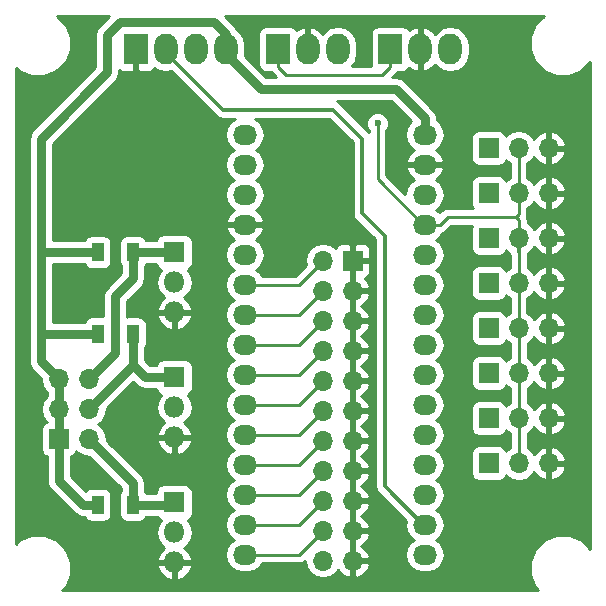
<source format=gbl>
G04 #@! TF.FileFunction,Copper,L2,Bot,Signal*
%FSLAX46Y46*%
G04 Gerber Fmt 4.6, Leading zero omitted, Abs format (unit mm)*
G04 Created by KiCad (PCBNEW 4.0.7) date 02/19/18 15:12:52*
%MOMM*%
%LPD*%
G01*
G04 APERTURE LIST*
%ADD10C,0.100000*%
%ADD11R,2.000000X2.600000*%
%ADD12O,2.000000X2.600000*%
%ADD13O,2.032000X1.727200*%
%ADD14R,1.800000X1.800000*%
%ADD15O,1.800000X1.800000*%
%ADD16R,1.000000X1.600000*%
%ADD17R,1.700000X1.700000*%
%ADD18O,1.700000X1.700000*%
%ADD19C,0.600000*%
%ADD20C,0.228600*%
%ADD21C,0.304800*%
%ADD22C,0.762000*%
%ADD23C,0.254000*%
G04 APERTURE END LIST*
D10*
D11*
X137848737Y-65278000D03*
D12*
X140388737Y-65278000D03*
X142928737Y-65278000D03*
X145468737Y-65278000D03*
D13*
X147066000Y-72517000D03*
X147066000Y-75057000D03*
X147066000Y-77597000D03*
X147066000Y-80137000D03*
X147066000Y-82677000D03*
X147066000Y-85217000D03*
X147066000Y-87757000D03*
X147066000Y-90297000D03*
X147066000Y-92837000D03*
X147066000Y-95377000D03*
X147066000Y-97917000D03*
X147066000Y-100457000D03*
X147066000Y-102997000D03*
X147066000Y-105537000D03*
X147066000Y-108077000D03*
X162306000Y-72517000D03*
X162306000Y-75057000D03*
X162306000Y-77597000D03*
X162306000Y-80137000D03*
X162306000Y-82677000D03*
X162306000Y-85217000D03*
X162306000Y-87757000D03*
X162306000Y-90297000D03*
X162306000Y-92837000D03*
X162306000Y-95377000D03*
X162306000Y-97917000D03*
X162306000Y-100457000D03*
X162306000Y-102997000D03*
X162306000Y-105537000D03*
X162306000Y-108077000D03*
D14*
X141100000Y-103660000D03*
D15*
X141100000Y-106200000D03*
X141100000Y-108740000D03*
D11*
X149860000Y-65278000D03*
D12*
X152400000Y-65278000D03*
X154940000Y-65278000D03*
D11*
X159385000Y-65278000D03*
D12*
X161925000Y-65278000D03*
X164465000Y-65278000D03*
D16*
X134600000Y-82460000D03*
X137600000Y-82460000D03*
X134600000Y-89360000D03*
X137600000Y-89360000D03*
X134600000Y-103860000D03*
X137600000Y-103860000D03*
D17*
X156210000Y-83185000D03*
D18*
X153670000Y-83185000D03*
X156210000Y-85725000D03*
X153670000Y-85725000D03*
X156210000Y-88265000D03*
X153670000Y-88265000D03*
X156210000Y-90805000D03*
X153670000Y-90805000D03*
X156210000Y-93345000D03*
X153670000Y-93345000D03*
X156210000Y-95885000D03*
X153670000Y-95885000D03*
X156210000Y-98425000D03*
X153670000Y-98425000D03*
X156210000Y-100965000D03*
X153670000Y-100965000D03*
X156210000Y-103505000D03*
X153670000Y-103505000D03*
X156210000Y-106045000D03*
X153670000Y-106045000D03*
X156210000Y-108585000D03*
X153670000Y-108585000D03*
D17*
X167720000Y-100329996D03*
D18*
X170260000Y-100329996D03*
X172800000Y-100329996D03*
D17*
X167720000Y-96518568D03*
D18*
X170260000Y-96518568D03*
X172800000Y-96518568D03*
D17*
X167720000Y-92707140D03*
D18*
X170260000Y-92707140D03*
X172800000Y-92707140D03*
D17*
X167720000Y-88895712D03*
D18*
X170260000Y-88895712D03*
X172800000Y-88895712D03*
D17*
X167700000Y-85084284D03*
D18*
X170240000Y-85084284D03*
X172780000Y-85084284D03*
D17*
X167720000Y-81272856D03*
D18*
X170260000Y-81272856D03*
X172800000Y-81272856D03*
D17*
X167700000Y-77461428D03*
D18*
X170240000Y-77461428D03*
X172780000Y-77461428D03*
D17*
X167700000Y-73650000D03*
D18*
X170240000Y-73650000D03*
X172780000Y-73650000D03*
D14*
X141100000Y-93060000D03*
D15*
X141100000Y-95600000D03*
X141100000Y-98140000D03*
D14*
X141100000Y-82480000D03*
D15*
X141100000Y-85020000D03*
X141100000Y-87560000D03*
D17*
X131318000Y-98298000D03*
D18*
X133858000Y-98298000D03*
X131318000Y-95758000D03*
X133858000Y-95758000D03*
X131318000Y-93218000D03*
X133858000Y-93218000D03*
D19*
X158300000Y-71560000D03*
D20*
X147193000Y-72390000D02*
X147066000Y-72517000D01*
X147066000Y-85217000D02*
X151638000Y-85217000D01*
X151638000Y-85217000D02*
X153670000Y-83185000D01*
X147066000Y-87757000D02*
X151638000Y-87757000D01*
X151638000Y-87757000D02*
X153670000Y-85725000D01*
X147066000Y-90297000D02*
X151638000Y-90297000D01*
X151638000Y-90297000D02*
X153670000Y-88265000D01*
X147066000Y-92837000D02*
X151638000Y-92837000D01*
X151638000Y-92837000D02*
X153670000Y-90805000D01*
X147066000Y-95377000D02*
X151638000Y-95377000D01*
X151638000Y-95377000D02*
X153670000Y-93345000D01*
X147066000Y-97917000D02*
X151638000Y-97917000D01*
X151638000Y-97917000D02*
X153670000Y-95885000D01*
X147066000Y-100457000D02*
X151638000Y-100457000D01*
X151638000Y-100457000D02*
X153670000Y-98425000D01*
X147066000Y-102997000D02*
X151638000Y-102997000D01*
X151638000Y-102997000D02*
X153670000Y-100965000D01*
X158300000Y-76283400D02*
X158300000Y-71560000D01*
X162306000Y-80137000D02*
X162153600Y-80137000D01*
X162153600Y-80137000D02*
X158300000Y-76283400D01*
X142928737Y-65278000D02*
X142928737Y-65578000D01*
X170260000Y-96518568D02*
X170260000Y-97720649D01*
X170260000Y-97720649D02*
X170260000Y-100329996D01*
X170260000Y-92707140D02*
X170260000Y-93909221D01*
X170260000Y-93909221D02*
X170260000Y-96518568D01*
X170260000Y-88895712D02*
X170260000Y-92707140D01*
X170240000Y-85084284D02*
X170240000Y-88875712D01*
X170240000Y-88875712D02*
X170260000Y-88895712D01*
X170260000Y-81272856D02*
X170260000Y-85064284D01*
X170260000Y-85064284D02*
X170240000Y-85084284D01*
X170240000Y-77461428D02*
X170240000Y-76259347D01*
X170240000Y-76259347D02*
X170240000Y-73650000D01*
X170000000Y-79460000D02*
X170240000Y-79220000D01*
X170240000Y-79220000D02*
X170240000Y-77461428D01*
X170000000Y-79460000D02*
X170260000Y-79720000D01*
X170260000Y-79720000D02*
X170260000Y-81272856D01*
X164227600Y-79460000D02*
X170000000Y-79460000D01*
X162306000Y-80137000D02*
X163550600Y-80137000D01*
X163550600Y-80137000D02*
X164227600Y-79460000D01*
X162306000Y-80137000D02*
X162890902Y-80137000D01*
X170180000Y-81280000D02*
X170180000Y-82482081D01*
D21*
X154545716Y-70405716D02*
X156988789Y-72848789D01*
X140388737Y-65278000D02*
X140388737Y-65578000D01*
X162153600Y-105537000D02*
X162306000Y-105537000D01*
X145216453Y-70405716D02*
X154545716Y-70405716D01*
X140388737Y-65578000D02*
X145216453Y-70405716D01*
X156988789Y-72848789D02*
X156988789Y-79148789D01*
X156988789Y-79148789D02*
X158900000Y-81060000D01*
X158900000Y-81060000D02*
X158900000Y-102283400D01*
X158900000Y-102283400D02*
X162153600Y-105537000D01*
D20*
X147066000Y-105537000D02*
X151638000Y-105537000D01*
X151638000Y-105537000D02*
X153670000Y-103505000D01*
X147066000Y-108077000D02*
X151638000Y-108077000D01*
X151638000Y-108077000D02*
X153670000Y-106045000D01*
D22*
X145468737Y-65278000D02*
X145468737Y-63992356D01*
X129794000Y-72848895D02*
X129794000Y-82460000D01*
X145468737Y-63992356D02*
X144425241Y-62948860D01*
X144425241Y-62948860D02*
X136522530Y-62948860D01*
X136522530Y-62948860D02*
X135400000Y-64071390D01*
X135400000Y-64071390D02*
X135400000Y-67242895D01*
X135400000Y-67242895D02*
X129794000Y-72848895D01*
X145468737Y-65703457D02*
X148448737Y-68683457D01*
X148448737Y-68683457D02*
X159881187Y-68683457D01*
X159881187Y-68683457D02*
X162306000Y-71108270D01*
X162306000Y-71108270D02*
X162306000Y-72517000D01*
X129794000Y-82460000D02*
X129794000Y-89360000D01*
X134600000Y-82460000D02*
X133338000Y-82460000D01*
X133338000Y-82460000D02*
X129794000Y-82460000D01*
X129794000Y-89360000D02*
X129794000Y-90060000D01*
X134600000Y-89360000D02*
X133338000Y-89360000D01*
X133338000Y-89360000D02*
X129794000Y-89360000D01*
X134600000Y-103860000D02*
X133338000Y-103860000D01*
X131318000Y-101840000D02*
X131318000Y-99910000D01*
X133338000Y-103860000D02*
X131318000Y-101840000D01*
X131318000Y-99910000D02*
X131318000Y-98298000D01*
X131318000Y-95758000D02*
X131318000Y-98298000D01*
X131318000Y-93218000D02*
X131318000Y-95758000D01*
X129794000Y-91694000D02*
X131318000Y-93218000D01*
X131318000Y-93218000D02*
X131318000Y-98298000D01*
X129794000Y-91694000D02*
X129794000Y-90060000D01*
X129794000Y-90004000D02*
X129794000Y-90060000D01*
X131064000Y-92964000D02*
X131318000Y-93218000D01*
D20*
X149860000Y-65278000D02*
X149860000Y-66806600D01*
X149860000Y-66806600D02*
X150539901Y-67486501D01*
X150539901Y-67486501D02*
X158658528Y-67486501D01*
X158658528Y-67486501D02*
X159385000Y-66760029D01*
X159385000Y-66760029D02*
X159385000Y-65278000D01*
D22*
X139684345Y-82480000D02*
X139664345Y-82460000D01*
X139664345Y-82460000D02*
X137600000Y-82460000D01*
X133858000Y-93218000D02*
X136075989Y-91000011D01*
X136075989Y-91000011D02*
X136075989Y-86184011D01*
X137600000Y-84660000D02*
X137600000Y-82460000D01*
X136075989Y-86184011D02*
X137600000Y-84660000D01*
X139684345Y-82480000D02*
X141100000Y-82480000D01*
X137600000Y-92016000D02*
X138644000Y-93060000D01*
X138644000Y-93060000D02*
X141100000Y-93060000D01*
X137600000Y-89360000D02*
X137600000Y-92016000D01*
X137600000Y-92016000D02*
X133858000Y-95758000D01*
X137600000Y-103860000D02*
X140960465Y-103860000D01*
X140960465Y-103860000D02*
X141160465Y-103660000D01*
X141160465Y-103660000D02*
X141100000Y-103660000D01*
X137600000Y-103860000D02*
X137600000Y-102040000D01*
X137600000Y-102040000D02*
X133858000Y-98298000D01*
D23*
G36*
X134681580Y-63352970D02*
X134461338Y-63682583D01*
X134461338Y-63682584D01*
X134384000Y-64071390D01*
X134384000Y-66822054D01*
X129075580Y-72130475D01*
X128855338Y-72460088D01*
X128844018Y-72517000D01*
X128778000Y-72848895D01*
X128778000Y-91694000D01*
X128828524Y-91948001D01*
X128855338Y-92082807D01*
X129075580Y-92412420D01*
X129816724Y-93153565D01*
X129803907Y-93218000D01*
X129916946Y-93786285D01*
X130238853Y-94268054D01*
X130302000Y-94310247D01*
X130302000Y-94665753D01*
X130238853Y-94707946D01*
X129916946Y-95189715D01*
X129803907Y-95758000D01*
X129916946Y-96326285D01*
X130238853Y-96808054D01*
X130280452Y-96835850D01*
X130232683Y-96844838D01*
X130016559Y-96983910D01*
X129871569Y-97196110D01*
X129820560Y-97448000D01*
X129820560Y-99148000D01*
X129864838Y-99383317D01*
X130003910Y-99599441D01*
X130216110Y-99744431D01*
X130302000Y-99761824D01*
X130302000Y-101840000D01*
X130346460Y-102063514D01*
X130379338Y-102228807D01*
X130599580Y-102558420D01*
X132619579Y-104578420D01*
X132765618Y-104676000D01*
X132949194Y-104798662D01*
X133338000Y-104876000D01*
X133493203Y-104876000D01*
X133496838Y-104895317D01*
X133635910Y-105111441D01*
X133848110Y-105256431D01*
X134100000Y-105307440D01*
X135100000Y-105307440D01*
X135335317Y-105263162D01*
X135551441Y-105124090D01*
X135696431Y-104911890D01*
X135747440Y-104660000D01*
X135747440Y-103060000D01*
X135703162Y-102824683D01*
X135564090Y-102608559D01*
X135351890Y-102463569D01*
X135100000Y-102412560D01*
X134100000Y-102412560D01*
X133864683Y-102456838D01*
X133648559Y-102595910D01*
X133592620Y-102677779D01*
X132334000Y-101419160D01*
X132334000Y-99764205D01*
X132403317Y-99751162D01*
X132619441Y-99612090D01*
X132764431Y-99399890D01*
X132775841Y-99343546D01*
X132778853Y-99348054D01*
X133260622Y-99669961D01*
X133828907Y-99783000D01*
X133887093Y-99783000D01*
X133902996Y-99779837D01*
X136584000Y-102460841D01*
X136584000Y-102690395D01*
X136503569Y-102808110D01*
X136452560Y-103060000D01*
X136452560Y-104660000D01*
X136496838Y-104895317D01*
X136635910Y-105111441D01*
X136848110Y-105256431D01*
X137100000Y-105307440D01*
X138100000Y-105307440D01*
X138335317Y-105263162D01*
X138551441Y-105124090D01*
X138696431Y-104911890D01*
X138703699Y-104876000D01*
X139648756Y-104876000D01*
X139735910Y-105011441D01*
X139948110Y-105156431D01*
X139964344Y-105159719D01*
X139681845Y-105582509D01*
X139565000Y-106169928D01*
X139565000Y-106230072D01*
X139681845Y-106817491D01*
X140014591Y-107315481D01*
X140252582Y-107474501D01*
X139862034Y-107832424D01*
X139608954Y-108375258D01*
X139729003Y-108613000D01*
X140973000Y-108613000D01*
X140973000Y-108593000D01*
X141227000Y-108593000D01*
X141227000Y-108613000D01*
X142470997Y-108613000D01*
X142591046Y-108375258D01*
X142337966Y-107832424D01*
X141947418Y-107474501D01*
X142185409Y-107315481D01*
X142518155Y-106817491D01*
X142635000Y-106230072D01*
X142635000Y-106169928D01*
X142518155Y-105582509D01*
X142237163Y-105161974D01*
X142451441Y-105024090D01*
X142596431Y-104811890D01*
X142647440Y-104560000D01*
X142647440Y-102760000D01*
X142603162Y-102524683D01*
X142464090Y-102308559D01*
X142251890Y-102163569D01*
X142000000Y-102112560D01*
X140200000Y-102112560D01*
X139964683Y-102156838D01*
X139748559Y-102295910D01*
X139603569Y-102508110D01*
X139552560Y-102760000D01*
X139552560Y-102844000D01*
X138706797Y-102844000D01*
X138703162Y-102824683D01*
X138616000Y-102689229D01*
X138616000Y-102040000D01*
X138538662Y-101651194D01*
X138538662Y-101651193D01*
X138318420Y-101321579D01*
X135501583Y-98504742D01*
X139608954Y-98504742D01*
X139862034Y-99047576D01*
X140303583Y-99452240D01*
X140735260Y-99631036D01*
X140973000Y-99510378D01*
X140973000Y-98267000D01*
X141227000Y-98267000D01*
X141227000Y-99510378D01*
X141464740Y-99631036D01*
X141896417Y-99452240D01*
X142337966Y-99047576D01*
X142591046Y-98504742D01*
X142470997Y-98267000D01*
X141227000Y-98267000D01*
X140973000Y-98267000D01*
X139729003Y-98267000D01*
X139608954Y-98504742D01*
X135501583Y-98504742D01*
X135359276Y-98362436D01*
X135372093Y-98298000D01*
X135259054Y-97729715D01*
X134937147Y-97247946D01*
X134607974Y-97028000D01*
X134937147Y-96808054D01*
X135259054Y-96326285D01*
X135372093Y-95758000D01*
X135359276Y-95693564D01*
X137600000Y-93452841D01*
X137925580Y-93778421D01*
X138255193Y-93998662D01*
X138305060Y-94008581D01*
X138644000Y-94076000D01*
X139574387Y-94076000D01*
X139596838Y-94195317D01*
X139735910Y-94411441D01*
X139948110Y-94556431D01*
X139964344Y-94559719D01*
X139681845Y-94982509D01*
X139565000Y-95569928D01*
X139565000Y-95630072D01*
X139681845Y-96217491D01*
X140014591Y-96715481D01*
X140252582Y-96874501D01*
X139862034Y-97232424D01*
X139608954Y-97775258D01*
X139729003Y-98013000D01*
X140973000Y-98013000D01*
X140973000Y-97993000D01*
X141227000Y-97993000D01*
X141227000Y-98013000D01*
X142470997Y-98013000D01*
X142591046Y-97775258D01*
X142337966Y-97232424D01*
X141947418Y-96874501D01*
X142185409Y-96715481D01*
X142518155Y-96217491D01*
X142635000Y-95630072D01*
X142635000Y-95569928D01*
X142518155Y-94982509D01*
X142237163Y-94561974D01*
X142451441Y-94424090D01*
X142596431Y-94211890D01*
X142647440Y-93960000D01*
X142647440Y-92160000D01*
X142603162Y-91924683D01*
X142464090Y-91708559D01*
X142251890Y-91563569D01*
X142000000Y-91512560D01*
X140200000Y-91512560D01*
X139964683Y-91556838D01*
X139748559Y-91695910D01*
X139603569Y-91908110D01*
X139576051Y-92044000D01*
X139064841Y-92044000D01*
X138616000Y-91595160D01*
X138616000Y-90529605D01*
X138696431Y-90411890D01*
X138747440Y-90160000D01*
X138747440Y-88560000D01*
X138703162Y-88324683D01*
X138564090Y-88108559D01*
X138351890Y-87963569D01*
X138160157Y-87924742D01*
X139608954Y-87924742D01*
X139862034Y-88467576D01*
X140303583Y-88872240D01*
X140735260Y-89051036D01*
X140973000Y-88930378D01*
X140973000Y-87687000D01*
X141227000Y-87687000D01*
X141227000Y-88930378D01*
X141464740Y-89051036D01*
X141896417Y-88872240D01*
X142337966Y-88467576D01*
X142591046Y-87924742D01*
X142470997Y-87687000D01*
X141227000Y-87687000D01*
X140973000Y-87687000D01*
X139729003Y-87687000D01*
X139608954Y-87924742D01*
X138160157Y-87924742D01*
X138100000Y-87912560D01*
X137100000Y-87912560D01*
X137091989Y-87914067D01*
X137091989Y-86604851D01*
X138318420Y-85378421D01*
X138538662Y-85048807D01*
X138562243Y-84930255D01*
X138616000Y-84660000D01*
X138616000Y-83629605D01*
X138696431Y-83511890D01*
X138703699Y-83476000D01*
X139570624Y-83476000D01*
X139596838Y-83615317D01*
X139735910Y-83831441D01*
X139948110Y-83976431D01*
X139964344Y-83979719D01*
X139681845Y-84402509D01*
X139565000Y-84989928D01*
X139565000Y-85050072D01*
X139681845Y-85637491D01*
X140014591Y-86135481D01*
X140252582Y-86294501D01*
X139862034Y-86652424D01*
X139608954Y-87195258D01*
X139729003Y-87433000D01*
X140973000Y-87433000D01*
X140973000Y-87413000D01*
X141227000Y-87413000D01*
X141227000Y-87433000D01*
X142470997Y-87433000D01*
X142591046Y-87195258D01*
X142337966Y-86652424D01*
X141947418Y-86294501D01*
X142185409Y-86135481D01*
X142518155Y-85637491D01*
X142635000Y-85050072D01*
X142635000Y-84989928D01*
X142518155Y-84402509D01*
X142237163Y-83981974D01*
X142451441Y-83844090D01*
X142596431Y-83631890D01*
X142647440Y-83380000D01*
X142647440Y-82677000D01*
X145382655Y-82677000D01*
X145496729Y-83250489D01*
X145821585Y-83736670D01*
X146136366Y-83947000D01*
X145821585Y-84157330D01*
X145496729Y-84643511D01*
X145382655Y-85217000D01*
X145496729Y-85790489D01*
X145821585Y-86276670D01*
X146136366Y-86487000D01*
X145821585Y-86697330D01*
X145496729Y-87183511D01*
X145382655Y-87757000D01*
X145496729Y-88330489D01*
X145821585Y-88816670D01*
X146136366Y-89027000D01*
X145821585Y-89237330D01*
X145496729Y-89723511D01*
X145382655Y-90297000D01*
X145496729Y-90870489D01*
X145821585Y-91356670D01*
X146136366Y-91567000D01*
X145821585Y-91777330D01*
X145496729Y-92263511D01*
X145382655Y-92837000D01*
X145496729Y-93410489D01*
X145821585Y-93896670D01*
X146136366Y-94107000D01*
X145821585Y-94317330D01*
X145496729Y-94803511D01*
X145382655Y-95377000D01*
X145496729Y-95950489D01*
X145821585Y-96436670D01*
X146136366Y-96647000D01*
X145821585Y-96857330D01*
X145496729Y-97343511D01*
X145382655Y-97917000D01*
X145496729Y-98490489D01*
X145821585Y-98976670D01*
X146136366Y-99187000D01*
X145821585Y-99397330D01*
X145496729Y-99883511D01*
X145382655Y-100457000D01*
X145496729Y-101030489D01*
X145821585Y-101516670D01*
X146136366Y-101727000D01*
X145821585Y-101937330D01*
X145496729Y-102423511D01*
X145382655Y-102997000D01*
X145496729Y-103570489D01*
X145821585Y-104056670D01*
X146136366Y-104267000D01*
X145821585Y-104477330D01*
X145496729Y-104963511D01*
X145382655Y-105537000D01*
X145496729Y-106110489D01*
X145821585Y-106596670D01*
X146136366Y-106807000D01*
X145821585Y-107017330D01*
X145496729Y-107503511D01*
X145382655Y-108077000D01*
X145496729Y-108650489D01*
X145821585Y-109136670D01*
X146307766Y-109461526D01*
X146881255Y-109575600D01*
X147250745Y-109575600D01*
X147824234Y-109461526D01*
X148310415Y-109136670D01*
X148517798Y-108826300D01*
X151638000Y-108826300D01*
X151924745Y-108769263D01*
X152161140Y-108611308D01*
X152268946Y-109153285D01*
X152590853Y-109635054D01*
X153072622Y-109956961D01*
X153640907Y-110070000D01*
X153699093Y-110070000D01*
X154267378Y-109956961D01*
X154749147Y-109635054D01*
X154938345Y-109351899D01*
X154938355Y-109351924D01*
X155328642Y-109780183D01*
X155853108Y-110026486D01*
X156083000Y-109905819D01*
X156083000Y-108712000D01*
X156337000Y-108712000D01*
X156337000Y-109905819D01*
X156566892Y-110026486D01*
X157091358Y-109780183D01*
X157481645Y-109351924D01*
X157651476Y-108941890D01*
X157530155Y-108712000D01*
X156337000Y-108712000D01*
X156083000Y-108712000D01*
X156063000Y-108712000D01*
X156063000Y-108458000D01*
X156083000Y-108458000D01*
X156083000Y-106172000D01*
X156337000Y-106172000D01*
X156337000Y-108458000D01*
X157530155Y-108458000D01*
X157651476Y-108228110D01*
X157481645Y-107818076D01*
X157091358Y-107389817D01*
X156932046Y-107315000D01*
X157091358Y-107240183D01*
X157481645Y-106811924D01*
X157651476Y-106401890D01*
X157530155Y-106172000D01*
X156337000Y-106172000D01*
X156083000Y-106172000D01*
X156063000Y-106172000D01*
X156063000Y-105918000D01*
X156083000Y-105918000D01*
X156083000Y-103632000D01*
X156337000Y-103632000D01*
X156337000Y-105918000D01*
X157530155Y-105918000D01*
X157651476Y-105688110D01*
X157481645Y-105278076D01*
X157091358Y-104849817D01*
X156932046Y-104775000D01*
X157091358Y-104700183D01*
X157481645Y-104271924D01*
X157651476Y-103861890D01*
X157530155Y-103632000D01*
X156337000Y-103632000D01*
X156083000Y-103632000D01*
X156063000Y-103632000D01*
X156063000Y-103378000D01*
X156083000Y-103378000D01*
X156083000Y-101092000D01*
X156337000Y-101092000D01*
X156337000Y-103378000D01*
X157530155Y-103378000D01*
X157651476Y-103148110D01*
X157481645Y-102738076D01*
X157091358Y-102309817D01*
X156932046Y-102235000D01*
X157091358Y-102160183D01*
X157481645Y-101731924D01*
X157651476Y-101321890D01*
X157530155Y-101092000D01*
X156337000Y-101092000D01*
X156083000Y-101092000D01*
X156063000Y-101092000D01*
X156063000Y-100838000D01*
X156083000Y-100838000D01*
X156083000Y-98552000D01*
X156337000Y-98552000D01*
X156337000Y-100838000D01*
X157530155Y-100838000D01*
X157651476Y-100608110D01*
X157481645Y-100198076D01*
X157091358Y-99769817D01*
X156932046Y-99695000D01*
X157091358Y-99620183D01*
X157481645Y-99191924D01*
X157651476Y-98781890D01*
X157530155Y-98552000D01*
X156337000Y-98552000D01*
X156083000Y-98552000D01*
X156063000Y-98552000D01*
X156063000Y-98298000D01*
X156083000Y-98298000D01*
X156083000Y-96012000D01*
X156337000Y-96012000D01*
X156337000Y-98298000D01*
X157530155Y-98298000D01*
X157651476Y-98068110D01*
X157481645Y-97658076D01*
X157091358Y-97229817D01*
X156932046Y-97155000D01*
X157091358Y-97080183D01*
X157481645Y-96651924D01*
X157651476Y-96241890D01*
X157530155Y-96012000D01*
X156337000Y-96012000D01*
X156083000Y-96012000D01*
X156063000Y-96012000D01*
X156063000Y-95758000D01*
X156083000Y-95758000D01*
X156083000Y-93472000D01*
X156337000Y-93472000D01*
X156337000Y-95758000D01*
X157530155Y-95758000D01*
X157651476Y-95528110D01*
X157481645Y-95118076D01*
X157091358Y-94689817D01*
X156932046Y-94615000D01*
X157091358Y-94540183D01*
X157481645Y-94111924D01*
X157651476Y-93701890D01*
X157530155Y-93472000D01*
X156337000Y-93472000D01*
X156083000Y-93472000D01*
X156063000Y-93472000D01*
X156063000Y-93218000D01*
X156083000Y-93218000D01*
X156083000Y-90932000D01*
X156337000Y-90932000D01*
X156337000Y-93218000D01*
X157530155Y-93218000D01*
X157651476Y-92988110D01*
X157481645Y-92578076D01*
X157091358Y-92149817D01*
X156932046Y-92075000D01*
X157091358Y-92000183D01*
X157481645Y-91571924D01*
X157651476Y-91161890D01*
X157530155Y-90932000D01*
X156337000Y-90932000D01*
X156083000Y-90932000D01*
X156063000Y-90932000D01*
X156063000Y-90678000D01*
X156083000Y-90678000D01*
X156083000Y-88392000D01*
X156337000Y-88392000D01*
X156337000Y-90678000D01*
X157530155Y-90678000D01*
X157651476Y-90448110D01*
X157481645Y-90038076D01*
X157091358Y-89609817D01*
X156932046Y-89535000D01*
X157091358Y-89460183D01*
X157481645Y-89031924D01*
X157651476Y-88621890D01*
X157530155Y-88392000D01*
X156337000Y-88392000D01*
X156083000Y-88392000D01*
X156063000Y-88392000D01*
X156063000Y-88138000D01*
X156083000Y-88138000D01*
X156083000Y-85852000D01*
X156337000Y-85852000D01*
X156337000Y-88138000D01*
X157530155Y-88138000D01*
X157651476Y-87908110D01*
X157481645Y-87498076D01*
X157091358Y-87069817D01*
X156932046Y-86995000D01*
X157091358Y-86920183D01*
X157481645Y-86491924D01*
X157651476Y-86081890D01*
X157530155Y-85852000D01*
X156337000Y-85852000D01*
X156083000Y-85852000D01*
X156063000Y-85852000D01*
X156063000Y-85598000D01*
X156083000Y-85598000D01*
X156083000Y-83312000D01*
X156337000Y-83312000D01*
X156337000Y-85598000D01*
X157530155Y-85598000D01*
X157651476Y-85368110D01*
X157481645Y-84958076D01*
X157210122Y-84660136D01*
X157419698Y-84573327D01*
X157598327Y-84394699D01*
X157695000Y-84161310D01*
X157695000Y-83470750D01*
X157536250Y-83312000D01*
X156337000Y-83312000D01*
X156083000Y-83312000D01*
X156063000Y-83312000D01*
X156063000Y-83058000D01*
X156083000Y-83058000D01*
X156083000Y-81858750D01*
X156337000Y-81858750D01*
X156337000Y-83058000D01*
X157536250Y-83058000D01*
X157695000Y-82899250D01*
X157695000Y-82208690D01*
X157598327Y-81975301D01*
X157419698Y-81796673D01*
X157186309Y-81700000D01*
X156495750Y-81700000D01*
X156337000Y-81858750D01*
X156083000Y-81858750D01*
X155924250Y-81700000D01*
X155233691Y-81700000D01*
X155000302Y-81796673D01*
X154821673Y-81975301D01*
X154753097Y-82140858D01*
X154749147Y-82134946D01*
X154267378Y-81813039D01*
X153699093Y-81700000D01*
X153640907Y-81700000D01*
X153072622Y-81813039D01*
X152590853Y-82134946D01*
X152268946Y-82616715D01*
X152155907Y-83185000D01*
X152231301Y-83564029D01*
X151327630Y-84467700D01*
X148517798Y-84467700D01*
X148310415Y-84157330D01*
X147995634Y-83947000D01*
X148310415Y-83736670D01*
X148635271Y-83250489D01*
X148749345Y-82677000D01*
X148635271Y-82103511D01*
X148310415Y-81617330D01*
X148000931Y-81410539D01*
X148416732Y-81039036D01*
X148670709Y-80511791D01*
X148673358Y-80496026D01*
X148552217Y-80264000D01*
X147193000Y-80264000D01*
X147193000Y-80284000D01*
X146939000Y-80284000D01*
X146939000Y-80264000D01*
X145579783Y-80264000D01*
X145458642Y-80496026D01*
X145461291Y-80511791D01*
X145715268Y-81039036D01*
X146131069Y-81410539D01*
X145821585Y-81617330D01*
X145496729Y-82103511D01*
X145382655Y-82677000D01*
X142647440Y-82677000D01*
X142647440Y-81580000D01*
X142603162Y-81344683D01*
X142464090Y-81128559D01*
X142251890Y-80983569D01*
X142000000Y-80932560D01*
X140200000Y-80932560D01*
X139964683Y-80976838D01*
X139748559Y-81115910D01*
X139603569Y-81328110D01*
X139580101Y-81444000D01*
X138706797Y-81444000D01*
X138703162Y-81424683D01*
X138564090Y-81208559D01*
X138351890Y-81063569D01*
X138100000Y-81012560D01*
X137100000Y-81012560D01*
X136864683Y-81056838D01*
X136648559Y-81195910D01*
X136503569Y-81408110D01*
X136452560Y-81660000D01*
X136452560Y-83260000D01*
X136496838Y-83495317D01*
X136584000Y-83630771D01*
X136584000Y-84239159D01*
X135357569Y-85465591D01*
X135137327Y-85795204D01*
X135137327Y-85795205D01*
X135059989Y-86184011D01*
X135059989Y-87912560D01*
X134100000Y-87912560D01*
X133864683Y-87956838D01*
X133648559Y-88095910D01*
X133503569Y-88308110D01*
X133496301Y-88344000D01*
X130810000Y-88344000D01*
X130810000Y-83476000D01*
X133493203Y-83476000D01*
X133496838Y-83495317D01*
X133635910Y-83711441D01*
X133848110Y-83856431D01*
X134100000Y-83907440D01*
X135100000Y-83907440D01*
X135335317Y-83863162D01*
X135551441Y-83724090D01*
X135696431Y-83511890D01*
X135747440Y-83260000D01*
X135747440Y-81660000D01*
X135703162Y-81424683D01*
X135564090Y-81208559D01*
X135351890Y-81063569D01*
X135100000Y-81012560D01*
X134100000Y-81012560D01*
X133864683Y-81056838D01*
X133648559Y-81195910D01*
X133503569Y-81408110D01*
X133496301Y-81444000D01*
X130810000Y-81444000D01*
X130810000Y-73269735D01*
X136118420Y-67961316D01*
X136338661Y-67631702D01*
X136338662Y-67631701D01*
X136416000Y-67242895D01*
X136416000Y-67043288D01*
X136489039Y-67116327D01*
X136722428Y-67213000D01*
X137562987Y-67213000D01*
X137721737Y-67054250D01*
X137721737Y-65405000D01*
X137701737Y-65405000D01*
X137701737Y-65151000D01*
X137721737Y-65151000D01*
X137721737Y-65131000D01*
X137975737Y-65131000D01*
X137975737Y-65151000D01*
X137995737Y-65151000D01*
X137995737Y-65405000D01*
X137975737Y-65405000D01*
X137975737Y-67054250D01*
X138134487Y-67213000D01*
X138975046Y-67213000D01*
X139208435Y-67116327D01*
X139387064Y-66937699D01*
X139407331Y-66888769D01*
X139763050Y-67126452D01*
X140388737Y-67250909D01*
X140855291Y-67158106D01*
X144659677Y-70962492D01*
X144915128Y-71133179D01*
X145216453Y-71193116D01*
X146217009Y-71193116D01*
X145821585Y-71457330D01*
X145496729Y-71943511D01*
X145382655Y-72517000D01*
X145496729Y-73090489D01*
X145821585Y-73576670D01*
X146136366Y-73787000D01*
X145821585Y-73997330D01*
X145496729Y-74483511D01*
X145382655Y-75057000D01*
X145496729Y-75630489D01*
X145821585Y-76116670D01*
X146136366Y-76327000D01*
X145821585Y-76537330D01*
X145496729Y-77023511D01*
X145382655Y-77597000D01*
X145496729Y-78170489D01*
X145821585Y-78656670D01*
X146131069Y-78863461D01*
X145715268Y-79234964D01*
X145461291Y-79762209D01*
X145458642Y-79777974D01*
X145579783Y-80010000D01*
X146939000Y-80010000D01*
X146939000Y-79990000D01*
X147193000Y-79990000D01*
X147193000Y-80010000D01*
X148552217Y-80010000D01*
X148673358Y-79777974D01*
X148670709Y-79762209D01*
X148416732Y-79234964D01*
X148000931Y-78863461D01*
X148310415Y-78656670D01*
X148635271Y-78170489D01*
X148749345Y-77597000D01*
X148635271Y-77023511D01*
X148310415Y-76537330D01*
X147995634Y-76327000D01*
X148310415Y-76116670D01*
X148635271Y-75630489D01*
X148749345Y-75057000D01*
X148635271Y-74483511D01*
X148310415Y-73997330D01*
X147995634Y-73787000D01*
X148310415Y-73576670D01*
X148635271Y-73090489D01*
X148749345Y-72517000D01*
X148635271Y-71943511D01*
X148310415Y-71457330D01*
X147914991Y-71193116D01*
X154219564Y-71193116D01*
X156201389Y-73174941D01*
X156201389Y-79148789D01*
X156261326Y-79450114D01*
X156432013Y-79705565D01*
X158112600Y-81386152D01*
X158112600Y-102283400D01*
X158172537Y-102584725D01*
X158343224Y-102840176D01*
X160691905Y-105188857D01*
X160622655Y-105537000D01*
X160736729Y-106110489D01*
X161061585Y-106596670D01*
X161376366Y-106807000D01*
X161061585Y-107017330D01*
X160736729Y-107503511D01*
X160622655Y-108077000D01*
X160736729Y-108650489D01*
X161061585Y-109136670D01*
X161547766Y-109461526D01*
X162121255Y-109575600D01*
X162490745Y-109575600D01*
X163064234Y-109461526D01*
X163550415Y-109136670D01*
X163875271Y-108650489D01*
X163989345Y-108077000D01*
X163875271Y-107503511D01*
X163550415Y-107017330D01*
X163235634Y-106807000D01*
X163550415Y-106596670D01*
X163875271Y-106110489D01*
X163989345Y-105537000D01*
X163875271Y-104963511D01*
X163550415Y-104477330D01*
X163235634Y-104267000D01*
X163550415Y-104056670D01*
X163875271Y-103570489D01*
X163989345Y-102997000D01*
X163875271Y-102423511D01*
X163550415Y-101937330D01*
X163235634Y-101727000D01*
X163550415Y-101516670D01*
X163875271Y-101030489D01*
X163989345Y-100457000D01*
X163875271Y-99883511D01*
X163550415Y-99397330D01*
X163235634Y-99187000D01*
X163550415Y-98976670D01*
X163875271Y-98490489D01*
X163989345Y-97917000D01*
X163875271Y-97343511D01*
X163550415Y-96857330D01*
X163235634Y-96647000D01*
X163550415Y-96436670D01*
X163875271Y-95950489D01*
X163989345Y-95377000D01*
X163875271Y-94803511D01*
X163550415Y-94317330D01*
X163235634Y-94107000D01*
X163550415Y-93896670D01*
X163875271Y-93410489D01*
X163989345Y-92837000D01*
X163875271Y-92263511D01*
X163550415Y-91777330D01*
X163235634Y-91567000D01*
X163550415Y-91356670D01*
X163875271Y-90870489D01*
X163989345Y-90297000D01*
X163875271Y-89723511D01*
X163550415Y-89237330D01*
X163235634Y-89027000D01*
X163550415Y-88816670D01*
X163875271Y-88330489D01*
X163989345Y-87757000D01*
X163875271Y-87183511D01*
X163550415Y-86697330D01*
X163235634Y-86487000D01*
X163550415Y-86276670D01*
X163875271Y-85790489D01*
X163989345Y-85217000D01*
X163875271Y-84643511D01*
X163550415Y-84157330D01*
X163235634Y-83947000D01*
X163550415Y-83736670D01*
X163875271Y-83250489D01*
X163989345Y-82677000D01*
X163875271Y-82103511D01*
X163550415Y-81617330D01*
X163235634Y-81407000D01*
X163550415Y-81196670D01*
X163789557Y-80838769D01*
X163837345Y-80829263D01*
X164080435Y-80666835D01*
X164537970Y-80209300D01*
X166265806Y-80209300D01*
X166222560Y-80422856D01*
X166222560Y-82122856D01*
X166266838Y-82358173D01*
X166405910Y-82574297D01*
X166618110Y-82719287D01*
X166870000Y-82770296D01*
X168570000Y-82770296D01*
X168805317Y-82726018D01*
X169021441Y-82586946D01*
X169166431Y-82374746D01*
X169180086Y-82307315D01*
X169209946Y-82352003D01*
X169434697Y-82502177D01*
X169487737Y-82768826D01*
X169510700Y-82803192D01*
X169510700Y-83790817D01*
X169189946Y-84005137D01*
X169162150Y-84046736D01*
X169153162Y-83998967D01*
X169014090Y-83782843D01*
X168801890Y-83637853D01*
X168550000Y-83586844D01*
X166850000Y-83586844D01*
X166614683Y-83631122D01*
X166398559Y-83770194D01*
X166253569Y-83982394D01*
X166202560Y-84234284D01*
X166202560Y-85934284D01*
X166246838Y-86169601D01*
X166385910Y-86385725D01*
X166598110Y-86530715D01*
X166850000Y-86581724D01*
X168550000Y-86581724D01*
X168785317Y-86537446D01*
X169001441Y-86398374D01*
X169146431Y-86186174D01*
X169160086Y-86118743D01*
X169189946Y-86163431D01*
X169490700Y-86364388D01*
X169490700Y-87628972D01*
X169209946Y-87816565D01*
X169182150Y-87858164D01*
X169173162Y-87810395D01*
X169034090Y-87594271D01*
X168821890Y-87449281D01*
X168570000Y-87398272D01*
X166870000Y-87398272D01*
X166634683Y-87442550D01*
X166418559Y-87581622D01*
X166273569Y-87793822D01*
X166222560Y-88045712D01*
X166222560Y-89745712D01*
X166266838Y-89981029D01*
X166405910Y-90197153D01*
X166618110Y-90342143D01*
X166870000Y-90393152D01*
X168570000Y-90393152D01*
X168805317Y-90348874D01*
X169021441Y-90209802D01*
X169166431Y-89997602D01*
X169180086Y-89930171D01*
X169209946Y-89974859D01*
X169510700Y-90175816D01*
X169510700Y-91427036D01*
X169209946Y-91627993D01*
X169182150Y-91669592D01*
X169173162Y-91621823D01*
X169034090Y-91405699D01*
X168821890Y-91260709D01*
X168570000Y-91209700D01*
X166870000Y-91209700D01*
X166634683Y-91253978D01*
X166418559Y-91393050D01*
X166273569Y-91605250D01*
X166222560Y-91857140D01*
X166222560Y-93557140D01*
X166266838Y-93792457D01*
X166405910Y-94008581D01*
X166618110Y-94153571D01*
X166870000Y-94204580D01*
X168570000Y-94204580D01*
X168805317Y-94160302D01*
X169021441Y-94021230D01*
X169166431Y-93809030D01*
X169180086Y-93741599D01*
X169209946Y-93786287D01*
X169510700Y-93987244D01*
X169510700Y-95238464D01*
X169209946Y-95439421D01*
X169182150Y-95481020D01*
X169173162Y-95433251D01*
X169034090Y-95217127D01*
X168821890Y-95072137D01*
X168570000Y-95021128D01*
X166870000Y-95021128D01*
X166634683Y-95065406D01*
X166418559Y-95204478D01*
X166273569Y-95416678D01*
X166222560Y-95668568D01*
X166222560Y-97368568D01*
X166266838Y-97603885D01*
X166405910Y-97820009D01*
X166618110Y-97964999D01*
X166870000Y-98016008D01*
X168570000Y-98016008D01*
X168805317Y-97971730D01*
X169021441Y-97832658D01*
X169166431Y-97620458D01*
X169180086Y-97553027D01*
X169209946Y-97597715D01*
X169510700Y-97798672D01*
X169510700Y-99049892D01*
X169209946Y-99250849D01*
X169182150Y-99292448D01*
X169173162Y-99244679D01*
X169034090Y-99028555D01*
X168821890Y-98883565D01*
X168570000Y-98832556D01*
X166870000Y-98832556D01*
X166634683Y-98876834D01*
X166418559Y-99015906D01*
X166273569Y-99228106D01*
X166222560Y-99479996D01*
X166222560Y-101179996D01*
X166266838Y-101415313D01*
X166405910Y-101631437D01*
X166618110Y-101776427D01*
X166870000Y-101827436D01*
X168570000Y-101827436D01*
X168805317Y-101783158D01*
X169021441Y-101644086D01*
X169166431Y-101431886D01*
X169180086Y-101364455D01*
X169209946Y-101409143D01*
X169691715Y-101731050D01*
X170260000Y-101844089D01*
X170828285Y-101731050D01*
X171310054Y-101409143D01*
X171537702Y-101068443D01*
X171604817Y-101211354D01*
X172033076Y-101601641D01*
X172443110Y-101771472D01*
X172673000Y-101650151D01*
X172673000Y-100456996D01*
X172927000Y-100456996D01*
X172927000Y-101650151D01*
X173156890Y-101771472D01*
X173566924Y-101601641D01*
X173995183Y-101211354D01*
X174241486Y-100686888D01*
X174120819Y-100456996D01*
X172927000Y-100456996D01*
X172673000Y-100456996D01*
X172653000Y-100456996D01*
X172653000Y-100202996D01*
X172673000Y-100202996D01*
X172673000Y-99009841D01*
X172927000Y-99009841D01*
X172927000Y-100202996D01*
X174120819Y-100202996D01*
X174241486Y-99973104D01*
X173995183Y-99448638D01*
X173566924Y-99058351D01*
X173156890Y-98888520D01*
X172927000Y-99009841D01*
X172673000Y-99009841D01*
X172443110Y-98888520D01*
X172033076Y-99058351D01*
X171604817Y-99448638D01*
X171537702Y-99591549D01*
X171310054Y-99250849D01*
X171009300Y-99049892D01*
X171009300Y-97798672D01*
X171310054Y-97597715D01*
X171537702Y-97257015D01*
X171604817Y-97399926D01*
X172033076Y-97790213D01*
X172443110Y-97960044D01*
X172673000Y-97838723D01*
X172673000Y-96645568D01*
X172927000Y-96645568D01*
X172927000Y-97838723D01*
X173156890Y-97960044D01*
X173566924Y-97790213D01*
X173995183Y-97399926D01*
X174241486Y-96875460D01*
X174120819Y-96645568D01*
X172927000Y-96645568D01*
X172673000Y-96645568D01*
X172653000Y-96645568D01*
X172653000Y-96391568D01*
X172673000Y-96391568D01*
X172673000Y-95198413D01*
X172927000Y-95198413D01*
X172927000Y-96391568D01*
X174120819Y-96391568D01*
X174241486Y-96161676D01*
X173995183Y-95637210D01*
X173566924Y-95246923D01*
X173156890Y-95077092D01*
X172927000Y-95198413D01*
X172673000Y-95198413D01*
X172443110Y-95077092D01*
X172033076Y-95246923D01*
X171604817Y-95637210D01*
X171537702Y-95780121D01*
X171310054Y-95439421D01*
X171009300Y-95238464D01*
X171009300Y-93987244D01*
X171310054Y-93786287D01*
X171537702Y-93445587D01*
X171604817Y-93588498D01*
X172033076Y-93978785D01*
X172443110Y-94148616D01*
X172673000Y-94027295D01*
X172673000Y-92834140D01*
X172927000Y-92834140D01*
X172927000Y-94027295D01*
X173156890Y-94148616D01*
X173566924Y-93978785D01*
X173995183Y-93588498D01*
X174241486Y-93064032D01*
X174120819Y-92834140D01*
X172927000Y-92834140D01*
X172673000Y-92834140D01*
X172653000Y-92834140D01*
X172653000Y-92580140D01*
X172673000Y-92580140D01*
X172673000Y-91386985D01*
X172927000Y-91386985D01*
X172927000Y-92580140D01*
X174120819Y-92580140D01*
X174241486Y-92350248D01*
X173995183Y-91825782D01*
X173566924Y-91435495D01*
X173156890Y-91265664D01*
X172927000Y-91386985D01*
X172673000Y-91386985D01*
X172443110Y-91265664D01*
X172033076Y-91435495D01*
X171604817Y-91825782D01*
X171537702Y-91968693D01*
X171310054Y-91627993D01*
X171009300Y-91427036D01*
X171009300Y-90175816D01*
X171310054Y-89974859D01*
X171537702Y-89634159D01*
X171604817Y-89777070D01*
X172033076Y-90167357D01*
X172443110Y-90337188D01*
X172673000Y-90215867D01*
X172673000Y-89022712D01*
X172927000Y-89022712D01*
X172927000Y-90215867D01*
X173156890Y-90337188D01*
X173566924Y-90167357D01*
X173995183Y-89777070D01*
X174241486Y-89252604D01*
X174120819Y-89022712D01*
X172927000Y-89022712D01*
X172673000Y-89022712D01*
X172653000Y-89022712D01*
X172653000Y-88768712D01*
X172673000Y-88768712D01*
X172673000Y-87575557D01*
X172927000Y-87575557D01*
X172927000Y-88768712D01*
X174120819Y-88768712D01*
X174241486Y-88538820D01*
X173995183Y-88014354D01*
X173566924Y-87624067D01*
X173156890Y-87454236D01*
X172927000Y-87575557D01*
X172673000Y-87575557D01*
X172443110Y-87454236D01*
X172033076Y-87624067D01*
X171604817Y-88014354D01*
X171537702Y-88157265D01*
X171310054Y-87816565D01*
X170989300Y-87602245D01*
X170989300Y-86364388D01*
X171290054Y-86163431D01*
X171517702Y-85822731D01*
X171584817Y-85965642D01*
X172013076Y-86355929D01*
X172423110Y-86525760D01*
X172653000Y-86404439D01*
X172653000Y-85211284D01*
X172907000Y-85211284D01*
X172907000Y-86404439D01*
X173136890Y-86525760D01*
X173546924Y-86355929D01*
X173975183Y-85965642D01*
X174221486Y-85441176D01*
X174100819Y-85211284D01*
X172907000Y-85211284D01*
X172653000Y-85211284D01*
X172633000Y-85211284D01*
X172633000Y-84957284D01*
X172653000Y-84957284D01*
X172653000Y-83764129D01*
X172907000Y-83764129D01*
X172907000Y-84957284D01*
X174100819Y-84957284D01*
X174221486Y-84727392D01*
X173975183Y-84202926D01*
X173546924Y-83812639D01*
X173136890Y-83642808D01*
X172907000Y-83764129D01*
X172653000Y-83764129D01*
X172423110Y-83642808D01*
X172013076Y-83812639D01*
X171584817Y-84202926D01*
X171517702Y-84345837D01*
X171290054Y-84005137D01*
X171009300Y-83817544D01*
X171009300Y-82552960D01*
X171310054Y-82352003D01*
X171537702Y-82011303D01*
X171604817Y-82154214D01*
X172033076Y-82544501D01*
X172443110Y-82714332D01*
X172673000Y-82593011D01*
X172673000Y-81399856D01*
X172927000Y-81399856D01*
X172927000Y-82593011D01*
X173156890Y-82714332D01*
X173566924Y-82544501D01*
X173995183Y-82154214D01*
X174241486Y-81629748D01*
X174120819Y-81399856D01*
X172927000Y-81399856D01*
X172673000Y-81399856D01*
X172653000Y-81399856D01*
X172653000Y-81145856D01*
X172673000Y-81145856D01*
X172673000Y-79952701D01*
X172927000Y-79952701D01*
X172927000Y-81145856D01*
X174120819Y-81145856D01*
X174241486Y-80915964D01*
X173995183Y-80391498D01*
X173566924Y-80001211D01*
X173156890Y-79831380D01*
X172927000Y-79952701D01*
X172673000Y-79952701D01*
X172443110Y-79831380D01*
X172033076Y-80001211D01*
X171604817Y-80391498D01*
X171537702Y-80534409D01*
X171310054Y-80193709D01*
X171009300Y-79992752D01*
X171009300Y-79720000D01*
X170986856Y-79607165D01*
X170952264Y-79433256D01*
X170948116Y-79427048D01*
X170989300Y-79220000D01*
X170989300Y-78741532D01*
X171290054Y-78540575D01*
X171517702Y-78199875D01*
X171584817Y-78342786D01*
X172013076Y-78733073D01*
X172423110Y-78902904D01*
X172653000Y-78781583D01*
X172653000Y-77588428D01*
X172907000Y-77588428D01*
X172907000Y-78781583D01*
X173136890Y-78902904D01*
X173546924Y-78733073D01*
X173975183Y-78342786D01*
X174221486Y-77818320D01*
X174100819Y-77588428D01*
X172907000Y-77588428D01*
X172653000Y-77588428D01*
X172633000Y-77588428D01*
X172633000Y-77334428D01*
X172653000Y-77334428D01*
X172653000Y-76141273D01*
X172907000Y-76141273D01*
X172907000Y-77334428D01*
X174100819Y-77334428D01*
X174221486Y-77104536D01*
X173975183Y-76580070D01*
X173546924Y-76189783D01*
X173136890Y-76019952D01*
X172907000Y-76141273D01*
X172653000Y-76141273D01*
X172423110Y-76019952D01*
X172013076Y-76189783D01*
X171584817Y-76580070D01*
X171517702Y-76722981D01*
X171290054Y-76382281D01*
X170989300Y-76181324D01*
X170989300Y-74930104D01*
X171290054Y-74729147D01*
X171517702Y-74388447D01*
X171584817Y-74531358D01*
X172013076Y-74921645D01*
X172423110Y-75091476D01*
X172653000Y-74970155D01*
X172653000Y-73777000D01*
X172907000Y-73777000D01*
X172907000Y-74970155D01*
X173136890Y-75091476D01*
X173546924Y-74921645D01*
X173975183Y-74531358D01*
X174221486Y-74006892D01*
X174100819Y-73777000D01*
X172907000Y-73777000D01*
X172653000Y-73777000D01*
X172633000Y-73777000D01*
X172633000Y-73523000D01*
X172653000Y-73523000D01*
X172653000Y-72329845D01*
X172907000Y-72329845D01*
X172907000Y-73523000D01*
X174100819Y-73523000D01*
X174221486Y-73293108D01*
X173975183Y-72768642D01*
X173546924Y-72378355D01*
X173136890Y-72208524D01*
X172907000Y-72329845D01*
X172653000Y-72329845D01*
X172423110Y-72208524D01*
X172013076Y-72378355D01*
X171584817Y-72768642D01*
X171517702Y-72911553D01*
X171290054Y-72570853D01*
X170808285Y-72248946D01*
X170240000Y-72135907D01*
X169671715Y-72248946D01*
X169189946Y-72570853D01*
X169162150Y-72612452D01*
X169153162Y-72564683D01*
X169014090Y-72348559D01*
X168801890Y-72203569D01*
X168550000Y-72152560D01*
X166850000Y-72152560D01*
X166614683Y-72196838D01*
X166398559Y-72335910D01*
X166253569Y-72548110D01*
X166202560Y-72800000D01*
X166202560Y-74500000D01*
X166246838Y-74735317D01*
X166385910Y-74951441D01*
X166598110Y-75096431D01*
X166850000Y-75147440D01*
X168550000Y-75147440D01*
X168785317Y-75103162D01*
X169001441Y-74964090D01*
X169146431Y-74751890D01*
X169160086Y-74684459D01*
X169189946Y-74729147D01*
X169490700Y-74930104D01*
X169490700Y-76181324D01*
X169189946Y-76382281D01*
X169162150Y-76423880D01*
X169153162Y-76376111D01*
X169014090Y-76159987D01*
X168801890Y-76014997D01*
X168550000Y-75963988D01*
X166850000Y-75963988D01*
X166614683Y-76008266D01*
X166398559Y-76147338D01*
X166253569Y-76359538D01*
X166202560Y-76611428D01*
X166202560Y-78311428D01*
X166246838Y-78546745D01*
X166352340Y-78710700D01*
X164227600Y-78710700D01*
X163940855Y-78767737D01*
X163738564Y-78902904D01*
X163697765Y-78930165D01*
X163550489Y-79077441D01*
X163550415Y-79077330D01*
X163235634Y-78867000D01*
X163550415Y-78656670D01*
X163875271Y-78170489D01*
X163989345Y-77597000D01*
X163875271Y-77023511D01*
X163550415Y-76537330D01*
X163240931Y-76330539D01*
X163656732Y-75959036D01*
X163910709Y-75431791D01*
X163913358Y-75416026D01*
X163792217Y-75184000D01*
X162433000Y-75184000D01*
X162433000Y-75204000D01*
X162179000Y-75204000D01*
X162179000Y-75184000D01*
X160819783Y-75184000D01*
X160698642Y-75416026D01*
X160701291Y-75431791D01*
X160955268Y-75959036D01*
X161371069Y-76330539D01*
X161061585Y-76537330D01*
X160736729Y-77023511D01*
X160631053Y-77554783D01*
X159049300Y-75973030D01*
X159049300Y-72133144D01*
X159092192Y-72090327D01*
X159234838Y-71746799D01*
X159235162Y-71374833D01*
X159093117Y-71031057D01*
X158830327Y-70767808D01*
X158486799Y-70625162D01*
X158114833Y-70624838D01*
X157771057Y-70766883D01*
X157507808Y-71029673D01*
X157365162Y-71373201D01*
X157364838Y-71745167D01*
X157506883Y-72088943D01*
X157550700Y-72132837D01*
X157550700Y-72299698D01*
X157545565Y-72292013D01*
X155102492Y-69848940D01*
X154878775Y-69699457D01*
X159460347Y-69699457D01*
X161155480Y-71394591D01*
X161061585Y-71457330D01*
X160736729Y-71943511D01*
X160622655Y-72517000D01*
X160736729Y-73090489D01*
X161061585Y-73576670D01*
X161371069Y-73783461D01*
X160955268Y-74154964D01*
X160701291Y-74682209D01*
X160698642Y-74697974D01*
X160819783Y-74930000D01*
X162179000Y-74930000D01*
X162179000Y-74910000D01*
X162433000Y-74910000D01*
X162433000Y-74930000D01*
X163792217Y-74930000D01*
X163913358Y-74697974D01*
X163910709Y-74682209D01*
X163656732Y-74154964D01*
X163240931Y-73783461D01*
X163550415Y-73576670D01*
X163875271Y-73090489D01*
X163989345Y-72517000D01*
X163875271Y-71943511D01*
X163550415Y-71457330D01*
X163322000Y-71304708D01*
X163322000Y-71108270D01*
X163244662Y-70719464D01*
X163171581Y-70610091D01*
X163024420Y-70389849D01*
X160599607Y-67965037D01*
X160269994Y-67744795D01*
X160205487Y-67731964D01*
X159881187Y-67667457D01*
X159537242Y-67667457D01*
X159914835Y-67289864D01*
X159957882Y-67225440D01*
X160385000Y-67225440D01*
X160620317Y-67181162D01*
X160836441Y-67042090D01*
X160950349Y-66875380D01*
X161416645Y-67137144D01*
X161544566Y-67168124D01*
X161798000Y-67048777D01*
X161798000Y-65405000D01*
X161778000Y-65405000D01*
X161778000Y-65151000D01*
X161798000Y-65151000D01*
X161798000Y-63507223D01*
X162052000Y-63507223D01*
X162052000Y-65151000D01*
X162072000Y-65151000D01*
X162072000Y-65405000D01*
X162052000Y-65405000D01*
X162052000Y-67048777D01*
X162305434Y-67168124D01*
X162433355Y-67137144D01*
X162991317Y-66823922D01*
X163181781Y-66581812D01*
X163308880Y-66772029D01*
X163839313Y-67126452D01*
X164465000Y-67250909D01*
X165090687Y-67126452D01*
X165621120Y-66772029D01*
X165975543Y-66241596D01*
X166100000Y-65615909D01*
X166100000Y-64940091D01*
X165975543Y-64314404D01*
X165621120Y-63783971D01*
X165090687Y-63429548D01*
X164465000Y-63305091D01*
X163839313Y-63429548D01*
X163308880Y-63783971D01*
X163181781Y-63974188D01*
X162991317Y-63732078D01*
X162433355Y-63418856D01*
X162305434Y-63387876D01*
X162052000Y-63507223D01*
X161798000Y-63507223D01*
X161544566Y-63387876D01*
X161416645Y-63418856D01*
X160948789Y-63681495D01*
X160849090Y-63526559D01*
X160636890Y-63381569D01*
X160385000Y-63330560D01*
X158385000Y-63330560D01*
X158149683Y-63374838D01*
X157933559Y-63513910D01*
X157788569Y-63726110D01*
X157737560Y-63978000D01*
X157737560Y-66578000D01*
X157767516Y-66737201D01*
X156119391Y-66737201D01*
X156450543Y-66241596D01*
X156575000Y-65615909D01*
X156575000Y-64940091D01*
X156450543Y-64314404D01*
X156096120Y-63783971D01*
X155565687Y-63429548D01*
X154940000Y-63305091D01*
X154314313Y-63429548D01*
X153783880Y-63783971D01*
X153656781Y-63974188D01*
X153466317Y-63732078D01*
X152908355Y-63418856D01*
X152780434Y-63387876D01*
X152527000Y-63507223D01*
X152527000Y-65151000D01*
X152547000Y-65151000D01*
X152547000Y-65405000D01*
X152527000Y-65405000D01*
X152527000Y-65425000D01*
X152273000Y-65425000D01*
X152273000Y-65405000D01*
X152253000Y-65405000D01*
X152253000Y-65151000D01*
X152273000Y-65151000D01*
X152273000Y-63507223D01*
X152019566Y-63387876D01*
X151891645Y-63418856D01*
X151423789Y-63681495D01*
X151324090Y-63526559D01*
X151111890Y-63381569D01*
X150860000Y-63330560D01*
X148860000Y-63330560D01*
X148624683Y-63374838D01*
X148408559Y-63513910D01*
X148263569Y-63726110D01*
X148212560Y-63978000D01*
X148212560Y-66578000D01*
X148256838Y-66813317D01*
X148395910Y-67029441D01*
X148608110Y-67174431D01*
X148860000Y-67225440D01*
X149256000Y-67225440D01*
X149330165Y-67336435D01*
X149661187Y-67667457D01*
X148869578Y-67667457D01*
X147056335Y-65854215D01*
X147103737Y-65615909D01*
X147103737Y-64940091D01*
X146979280Y-64314404D01*
X146624857Y-63783971D01*
X146415456Y-63644054D01*
X146407399Y-63603550D01*
X146334318Y-63494177D01*
X146187157Y-63273935D01*
X145358221Y-62445000D01*
X172377036Y-62445000D01*
X171630369Y-63190365D01*
X171205485Y-64213599D01*
X171204518Y-65321540D01*
X171627616Y-66345515D01*
X172410365Y-67129631D01*
X173433599Y-67554515D01*
X174541540Y-67555482D01*
X175565515Y-67132384D01*
X176315000Y-66384206D01*
X176315000Y-107607036D01*
X175569635Y-106860369D01*
X174546401Y-106435485D01*
X173438460Y-106434518D01*
X172414485Y-106857616D01*
X171630369Y-107640365D01*
X171205485Y-108663599D01*
X171204518Y-109771540D01*
X171627616Y-110795515D01*
X171906614Y-111075000D01*
X131623785Y-111075000D01*
X131899631Y-110799635D01*
X132324515Y-109776401D01*
X132325101Y-109104742D01*
X139608954Y-109104742D01*
X139862034Y-109647576D01*
X140303583Y-110052240D01*
X140735260Y-110231036D01*
X140973000Y-110110378D01*
X140973000Y-108867000D01*
X141227000Y-108867000D01*
X141227000Y-110110378D01*
X141464740Y-110231036D01*
X141896417Y-110052240D01*
X142337966Y-109647576D01*
X142591046Y-109104742D01*
X142470997Y-108867000D01*
X141227000Y-108867000D01*
X140973000Y-108867000D01*
X139729003Y-108867000D01*
X139608954Y-109104742D01*
X132325101Y-109104742D01*
X132325482Y-108668460D01*
X131902384Y-107644485D01*
X131119635Y-106860369D01*
X130096401Y-106435485D01*
X128988460Y-106434518D01*
X127964485Y-106857616D01*
X127685000Y-107136614D01*
X127685000Y-66853785D01*
X127960365Y-67129631D01*
X128983599Y-67554515D01*
X130091540Y-67555482D01*
X131115515Y-67132384D01*
X131899631Y-66349635D01*
X132324515Y-65326401D01*
X132325482Y-64218460D01*
X131902384Y-63194485D01*
X131154206Y-62445000D01*
X135589549Y-62445000D01*
X134681580Y-63352970D01*
X134681580Y-63352970D01*
G37*
X134681580Y-63352970D02*
X134461338Y-63682583D01*
X134461338Y-63682584D01*
X134384000Y-64071390D01*
X134384000Y-66822054D01*
X129075580Y-72130475D01*
X128855338Y-72460088D01*
X128844018Y-72517000D01*
X128778000Y-72848895D01*
X128778000Y-91694000D01*
X128828524Y-91948001D01*
X128855338Y-92082807D01*
X129075580Y-92412420D01*
X129816724Y-93153565D01*
X129803907Y-93218000D01*
X129916946Y-93786285D01*
X130238853Y-94268054D01*
X130302000Y-94310247D01*
X130302000Y-94665753D01*
X130238853Y-94707946D01*
X129916946Y-95189715D01*
X129803907Y-95758000D01*
X129916946Y-96326285D01*
X130238853Y-96808054D01*
X130280452Y-96835850D01*
X130232683Y-96844838D01*
X130016559Y-96983910D01*
X129871569Y-97196110D01*
X129820560Y-97448000D01*
X129820560Y-99148000D01*
X129864838Y-99383317D01*
X130003910Y-99599441D01*
X130216110Y-99744431D01*
X130302000Y-99761824D01*
X130302000Y-101840000D01*
X130346460Y-102063514D01*
X130379338Y-102228807D01*
X130599580Y-102558420D01*
X132619579Y-104578420D01*
X132765618Y-104676000D01*
X132949194Y-104798662D01*
X133338000Y-104876000D01*
X133493203Y-104876000D01*
X133496838Y-104895317D01*
X133635910Y-105111441D01*
X133848110Y-105256431D01*
X134100000Y-105307440D01*
X135100000Y-105307440D01*
X135335317Y-105263162D01*
X135551441Y-105124090D01*
X135696431Y-104911890D01*
X135747440Y-104660000D01*
X135747440Y-103060000D01*
X135703162Y-102824683D01*
X135564090Y-102608559D01*
X135351890Y-102463569D01*
X135100000Y-102412560D01*
X134100000Y-102412560D01*
X133864683Y-102456838D01*
X133648559Y-102595910D01*
X133592620Y-102677779D01*
X132334000Y-101419160D01*
X132334000Y-99764205D01*
X132403317Y-99751162D01*
X132619441Y-99612090D01*
X132764431Y-99399890D01*
X132775841Y-99343546D01*
X132778853Y-99348054D01*
X133260622Y-99669961D01*
X133828907Y-99783000D01*
X133887093Y-99783000D01*
X133902996Y-99779837D01*
X136584000Y-102460841D01*
X136584000Y-102690395D01*
X136503569Y-102808110D01*
X136452560Y-103060000D01*
X136452560Y-104660000D01*
X136496838Y-104895317D01*
X136635910Y-105111441D01*
X136848110Y-105256431D01*
X137100000Y-105307440D01*
X138100000Y-105307440D01*
X138335317Y-105263162D01*
X138551441Y-105124090D01*
X138696431Y-104911890D01*
X138703699Y-104876000D01*
X139648756Y-104876000D01*
X139735910Y-105011441D01*
X139948110Y-105156431D01*
X139964344Y-105159719D01*
X139681845Y-105582509D01*
X139565000Y-106169928D01*
X139565000Y-106230072D01*
X139681845Y-106817491D01*
X140014591Y-107315481D01*
X140252582Y-107474501D01*
X139862034Y-107832424D01*
X139608954Y-108375258D01*
X139729003Y-108613000D01*
X140973000Y-108613000D01*
X140973000Y-108593000D01*
X141227000Y-108593000D01*
X141227000Y-108613000D01*
X142470997Y-108613000D01*
X142591046Y-108375258D01*
X142337966Y-107832424D01*
X141947418Y-107474501D01*
X142185409Y-107315481D01*
X142518155Y-106817491D01*
X142635000Y-106230072D01*
X142635000Y-106169928D01*
X142518155Y-105582509D01*
X142237163Y-105161974D01*
X142451441Y-105024090D01*
X142596431Y-104811890D01*
X142647440Y-104560000D01*
X142647440Y-102760000D01*
X142603162Y-102524683D01*
X142464090Y-102308559D01*
X142251890Y-102163569D01*
X142000000Y-102112560D01*
X140200000Y-102112560D01*
X139964683Y-102156838D01*
X139748559Y-102295910D01*
X139603569Y-102508110D01*
X139552560Y-102760000D01*
X139552560Y-102844000D01*
X138706797Y-102844000D01*
X138703162Y-102824683D01*
X138616000Y-102689229D01*
X138616000Y-102040000D01*
X138538662Y-101651194D01*
X138538662Y-101651193D01*
X138318420Y-101321579D01*
X135501583Y-98504742D01*
X139608954Y-98504742D01*
X139862034Y-99047576D01*
X140303583Y-99452240D01*
X140735260Y-99631036D01*
X140973000Y-99510378D01*
X140973000Y-98267000D01*
X141227000Y-98267000D01*
X141227000Y-99510378D01*
X141464740Y-99631036D01*
X141896417Y-99452240D01*
X142337966Y-99047576D01*
X142591046Y-98504742D01*
X142470997Y-98267000D01*
X141227000Y-98267000D01*
X140973000Y-98267000D01*
X139729003Y-98267000D01*
X139608954Y-98504742D01*
X135501583Y-98504742D01*
X135359276Y-98362436D01*
X135372093Y-98298000D01*
X135259054Y-97729715D01*
X134937147Y-97247946D01*
X134607974Y-97028000D01*
X134937147Y-96808054D01*
X135259054Y-96326285D01*
X135372093Y-95758000D01*
X135359276Y-95693564D01*
X137600000Y-93452841D01*
X137925580Y-93778421D01*
X138255193Y-93998662D01*
X138305060Y-94008581D01*
X138644000Y-94076000D01*
X139574387Y-94076000D01*
X139596838Y-94195317D01*
X139735910Y-94411441D01*
X139948110Y-94556431D01*
X139964344Y-94559719D01*
X139681845Y-94982509D01*
X139565000Y-95569928D01*
X139565000Y-95630072D01*
X139681845Y-96217491D01*
X140014591Y-96715481D01*
X140252582Y-96874501D01*
X139862034Y-97232424D01*
X139608954Y-97775258D01*
X139729003Y-98013000D01*
X140973000Y-98013000D01*
X140973000Y-97993000D01*
X141227000Y-97993000D01*
X141227000Y-98013000D01*
X142470997Y-98013000D01*
X142591046Y-97775258D01*
X142337966Y-97232424D01*
X141947418Y-96874501D01*
X142185409Y-96715481D01*
X142518155Y-96217491D01*
X142635000Y-95630072D01*
X142635000Y-95569928D01*
X142518155Y-94982509D01*
X142237163Y-94561974D01*
X142451441Y-94424090D01*
X142596431Y-94211890D01*
X142647440Y-93960000D01*
X142647440Y-92160000D01*
X142603162Y-91924683D01*
X142464090Y-91708559D01*
X142251890Y-91563569D01*
X142000000Y-91512560D01*
X140200000Y-91512560D01*
X139964683Y-91556838D01*
X139748559Y-91695910D01*
X139603569Y-91908110D01*
X139576051Y-92044000D01*
X139064841Y-92044000D01*
X138616000Y-91595160D01*
X138616000Y-90529605D01*
X138696431Y-90411890D01*
X138747440Y-90160000D01*
X138747440Y-88560000D01*
X138703162Y-88324683D01*
X138564090Y-88108559D01*
X138351890Y-87963569D01*
X138160157Y-87924742D01*
X139608954Y-87924742D01*
X139862034Y-88467576D01*
X140303583Y-88872240D01*
X140735260Y-89051036D01*
X140973000Y-88930378D01*
X140973000Y-87687000D01*
X141227000Y-87687000D01*
X141227000Y-88930378D01*
X141464740Y-89051036D01*
X141896417Y-88872240D01*
X142337966Y-88467576D01*
X142591046Y-87924742D01*
X142470997Y-87687000D01*
X141227000Y-87687000D01*
X140973000Y-87687000D01*
X139729003Y-87687000D01*
X139608954Y-87924742D01*
X138160157Y-87924742D01*
X138100000Y-87912560D01*
X137100000Y-87912560D01*
X137091989Y-87914067D01*
X137091989Y-86604851D01*
X138318420Y-85378421D01*
X138538662Y-85048807D01*
X138562243Y-84930255D01*
X138616000Y-84660000D01*
X138616000Y-83629605D01*
X138696431Y-83511890D01*
X138703699Y-83476000D01*
X139570624Y-83476000D01*
X139596838Y-83615317D01*
X139735910Y-83831441D01*
X139948110Y-83976431D01*
X139964344Y-83979719D01*
X139681845Y-84402509D01*
X139565000Y-84989928D01*
X139565000Y-85050072D01*
X139681845Y-85637491D01*
X140014591Y-86135481D01*
X140252582Y-86294501D01*
X139862034Y-86652424D01*
X139608954Y-87195258D01*
X139729003Y-87433000D01*
X140973000Y-87433000D01*
X140973000Y-87413000D01*
X141227000Y-87413000D01*
X141227000Y-87433000D01*
X142470997Y-87433000D01*
X142591046Y-87195258D01*
X142337966Y-86652424D01*
X141947418Y-86294501D01*
X142185409Y-86135481D01*
X142518155Y-85637491D01*
X142635000Y-85050072D01*
X142635000Y-84989928D01*
X142518155Y-84402509D01*
X142237163Y-83981974D01*
X142451441Y-83844090D01*
X142596431Y-83631890D01*
X142647440Y-83380000D01*
X142647440Y-82677000D01*
X145382655Y-82677000D01*
X145496729Y-83250489D01*
X145821585Y-83736670D01*
X146136366Y-83947000D01*
X145821585Y-84157330D01*
X145496729Y-84643511D01*
X145382655Y-85217000D01*
X145496729Y-85790489D01*
X145821585Y-86276670D01*
X146136366Y-86487000D01*
X145821585Y-86697330D01*
X145496729Y-87183511D01*
X145382655Y-87757000D01*
X145496729Y-88330489D01*
X145821585Y-88816670D01*
X146136366Y-89027000D01*
X145821585Y-89237330D01*
X145496729Y-89723511D01*
X145382655Y-90297000D01*
X145496729Y-90870489D01*
X145821585Y-91356670D01*
X146136366Y-91567000D01*
X145821585Y-91777330D01*
X145496729Y-92263511D01*
X145382655Y-92837000D01*
X145496729Y-93410489D01*
X145821585Y-93896670D01*
X146136366Y-94107000D01*
X145821585Y-94317330D01*
X145496729Y-94803511D01*
X145382655Y-95377000D01*
X145496729Y-95950489D01*
X145821585Y-96436670D01*
X146136366Y-96647000D01*
X145821585Y-96857330D01*
X145496729Y-97343511D01*
X145382655Y-97917000D01*
X145496729Y-98490489D01*
X145821585Y-98976670D01*
X146136366Y-99187000D01*
X145821585Y-99397330D01*
X145496729Y-99883511D01*
X145382655Y-100457000D01*
X145496729Y-101030489D01*
X145821585Y-101516670D01*
X146136366Y-101727000D01*
X145821585Y-101937330D01*
X145496729Y-102423511D01*
X145382655Y-102997000D01*
X145496729Y-103570489D01*
X145821585Y-104056670D01*
X146136366Y-104267000D01*
X145821585Y-104477330D01*
X145496729Y-104963511D01*
X145382655Y-105537000D01*
X145496729Y-106110489D01*
X145821585Y-106596670D01*
X146136366Y-106807000D01*
X145821585Y-107017330D01*
X145496729Y-107503511D01*
X145382655Y-108077000D01*
X145496729Y-108650489D01*
X145821585Y-109136670D01*
X146307766Y-109461526D01*
X146881255Y-109575600D01*
X147250745Y-109575600D01*
X147824234Y-109461526D01*
X148310415Y-109136670D01*
X148517798Y-108826300D01*
X151638000Y-108826300D01*
X151924745Y-108769263D01*
X152161140Y-108611308D01*
X152268946Y-109153285D01*
X152590853Y-109635054D01*
X153072622Y-109956961D01*
X153640907Y-110070000D01*
X153699093Y-110070000D01*
X154267378Y-109956961D01*
X154749147Y-109635054D01*
X154938345Y-109351899D01*
X154938355Y-109351924D01*
X155328642Y-109780183D01*
X155853108Y-110026486D01*
X156083000Y-109905819D01*
X156083000Y-108712000D01*
X156337000Y-108712000D01*
X156337000Y-109905819D01*
X156566892Y-110026486D01*
X157091358Y-109780183D01*
X157481645Y-109351924D01*
X157651476Y-108941890D01*
X157530155Y-108712000D01*
X156337000Y-108712000D01*
X156083000Y-108712000D01*
X156063000Y-108712000D01*
X156063000Y-108458000D01*
X156083000Y-108458000D01*
X156083000Y-106172000D01*
X156337000Y-106172000D01*
X156337000Y-108458000D01*
X157530155Y-108458000D01*
X157651476Y-108228110D01*
X157481645Y-107818076D01*
X157091358Y-107389817D01*
X156932046Y-107315000D01*
X157091358Y-107240183D01*
X157481645Y-106811924D01*
X157651476Y-106401890D01*
X157530155Y-106172000D01*
X156337000Y-106172000D01*
X156083000Y-106172000D01*
X156063000Y-106172000D01*
X156063000Y-105918000D01*
X156083000Y-105918000D01*
X156083000Y-103632000D01*
X156337000Y-103632000D01*
X156337000Y-105918000D01*
X157530155Y-105918000D01*
X157651476Y-105688110D01*
X157481645Y-105278076D01*
X157091358Y-104849817D01*
X156932046Y-104775000D01*
X157091358Y-104700183D01*
X157481645Y-104271924D01*
X157651476Y-103861890D01*
X157530155Y-103632000D01*
X156337000Y-103632000D01*
X156083000Y-103632000D01*
X156063000Y-103632000D01*
X156063000Y-103378000D01*
X156083000Y-103378000D01*
X156083000Y-101092000D01*
X156337000Y-101092000D01*
X156337000Y-103378000D01*
X157530155Y-103378000D01*
X157651476Y-103148110D01*
X157481645Y-102738076D01*
X157091358Y-102309817D01*
X156932046Y-102235000D01*
X157091358Y-102160183D01*
X157481645Y-101731924D01*
X157651476Y-101321890D01*
X157530155Y-101092000D01*
X156337000Y-101092000D01*
X156083000Y-101092000D01*
X156063000Y-101092000D01*
X156063000Y-100838000D01*
X156083000Y-100838000D01*
X156083000Y-98552000D01*
X156337000Y-98552000D01*
X156337000Y-100838000D01*
X157530155Y-100838000D01*
X157651476Y-100608110D01*
X157481645Y-100198076D01*
X157091358Y-99769817D01*
X156932046Y-99695000D01*
X157091358Y-99620183D01*
X157481645Y-99191924D01*
X157651476Y-98781890D01*
X157530155Y-98552000D01*
X156337000Y-98552000D01*
X156083000Y-98552000D01*
X156063000Y-98552000D01*
X156063000Y-98298000D01*
X156083000Y-98298000D01*
X156083000Y-96012000D01*
X156337000Y-96012000D01*
X156337000Y-98298000D01*
X157530155Y-98298000D01*
X157651476Y-98068110D01*
X157481645Y-97658076D01*
X157091358Y-97229817D01*
X156932046Y-97155000D01*
X157091358Y-97080183D01*
X157481645Y-96651924D01*
X157651476Y-96241890D01*
X157530155Y-96012000D01*
X156337000Y-96012000D01*
X156083000Y-96012000D01*
X156063000Y-96012000D01*
X156063000Y-95758000D01*
X156083000Y-95758000D01*
X156083000Y-93472000D01*
X156337000Y-93472000D01*
X156337000Y-95758000D01*
X157530155Y-95758000D01*
X157651476Y-95528110D01*
X157481645Y-95118076D01*
X157091358Y-94689817D01*
X156932046Y-94615000D01*
X157091358Y-94540183D01*
X157481645Y-94111924D01*
X157651476Y-93701890D01*
X157530155Y-93472000D01*
X156337000Y-93472000D01*
X156083000Y-93472000D01*
X156063000Y-93472000D01*
X156063000Y-93218000D01*
X156083000Y-93218000D01*
X156083000Y-90932000D01*
X156337000Y-90932000D01*
X156337000Y-93218000D01*
X157530155Y-93218000D01*
X157651476Y-92988110D01*
X157481645Y-92578076D01*
X157091358Y-92149817D01*
X156932046Y-92075000D01*
X157091358Y-92000183D01*
X157481645Y-91571924D01*
X157651476Y-91161890D01*
X157530155Y-90932000D01*
X156337000Y-90932000D01*
X156083000Y-90932000D01*
X156063000Y-90932000D01*
X156063000Y-90678000D01*
X156083000Y-90678000D01*
X156083000Y-88392000D01*
X156337000Y-88392000D01*
X156337000Y-90678000D01*
X157530155Y-90678000D01*
X157651476Y-90448110D01*
X157481645Y-90038076D01*
X157091358Y-89609817D01*
X156932046Y-89535000D01*
X157091358Y-89460183D01*
X157481645Y-89031924D01*
X157651476Y-88621890D01*
X157530155Y-88392000D01*
X156337000Y-88392000D01*
X156083000Y-88392000D01*
X156063000Y-88392000D01*
X156063000Y-88138000D01*
X156083000Y-88138000D01*
X156083000Y-85852000D01*
X156337000Y-85852000D01*
X156337000Y-88138000D01*
X157530155Y-88138000D01*
X157651476Y-87908110D01*
X157481645Y-87498076D01*
X157091358Y-87069817D01*
X156932046Y-86995000D01*
X157091358Y-86920183D01*
X157481645Y-86491924D01*
X157651476Y-86081890D01*
X157530155Y-85852000D01*
X156337000Y-85852000D01*
X156083000Y-85852000D01*
X156063000Y-85852000D01*
X156063000Y-85598000D01*
X156083000Y-85598000D01*
X156083000Y-83312000D01*
X156337000Y-83312000D01*
X156337000Y-85598000D01*
X157530155Y-85598000D01*
X157651476Y-85368110D01*
X157481645Y-84958076D01*
X157210122Y-84660136D01*
X157419698Y-84573327D01*
X157598327Y-84394699D01*
X157695000Y-84161310D01*
X157695000Y-83470750D01*
X157536250Y-83312000D01*
X156337000Y-83312000D01*
X156083000Y-83312000D01*
X156063000Y-83312000D01*
X156063000Y-83058000D01*
X156083000Y-83058000D01*
X156083000Y-81858750D01*
X156337000Y-81858750D01*
X156337000Y-83058000D01*
X157536250Y-83058000D01*
X157695000Y-82899250D01*
X157695000Y-82208690D01*
X157598327Y-81975301D01*
X157419698Y-81796673D01*
X157186309Y-81700000D01*
X156495750Y-81700000D01*
X156337000Y-81858750D01*
X156083000Y-81858750D01*
X155924250Y-81700000D01*
X155233691Y-81700000D01*
X155000302Y-81796673D01*
X154821673Y-81975301D01*
X154753097Y-82140858D01*
X154749147Y-82134946D01*
X154267378Y-81813039D01*
X153699093Y-81700000D01*
X153640907Y-81700000D01*
X153072622Y-81813039D01*
X152590853Y-82134946D01*
X152268946Y-82616715D01*
X152155907Y-83185000D01*
X152231301Y-83564029D01*
X151327630Y-84467700D01*
X148517798Y-84467700D01*
X148310415Y-84157330D01*
X147995634Y-83947000D01*
X148310415Y-83736670D01*
X148635271Y-83250489D01*
X148749345Y-82677000D01*
X148635271Y-82103511D01*
X148310415Y-81617330D01*
X148000931Y-81410539D01*
X148416732Y-81039036D01*
X148670709Y-80511791D01*
X148673358Y-80496026D01*
X148552217Y-80264000D01*
X147193000Y-80264000D01*
X147193000Y-80284000D01*
X146939000Y-80284000D01*
X146939000Y-80264000D01*
X145579783Y-80264000D01*
X145458642Y-80496026D01*
X145461291Y-80511791D01*
X145715268Y-81039036D01*
X146131069Y-81410539D01*
X145821585Y-81617330D01*
X145496729Y-82103511D01*
X145382655Y-82677000D01*
X142647440Y-82677000D01*
X142647440Y-81580000D01*
X142603162Y-81344683D01*
X142464090Y-81128559D01*
X142251890Y-80983569D01*
X142000000Y-80932560D01*
X140200000Y-80932560D01*
X139964683Y-80976838D01*
X139748559Y-81115910D01*
X139603569Y-81328110D01*
X139580101Y-81444000D01*
X138706797Y-81444000D01*
X138703162Y-81424683D01*
X138564090Y-81208559D01*
X138351890Y-81063569D01*
X138100000Y-81012560D01*
X137100000Y-81012560D01*
X136864683Y-81056838D01*
X136648559Y-81195910D01*
X136503569Y-81408110D01*
X136452560Y-81660000D01*
X136452560Y-83260000D01*
X136496838Y-83495317D01*
X136584000Y-83630771D01*
X136584000Y-84239159D01*
X135357569Y-85465591D01*
X135137327Y-85795204D01*
X135137327Y-85795205D01*
X135059989Y-86184011D01*
X135059989Y-87912560D01*
X134100000Y-87912560D01*
X133864683Y-87956838D01*
X133648559Y-88095910D01*
X133503569Y-88308110D01*
X133496301Y-88344000D01*
X130810000Y-88344000D01*
X130810000Y-83476000D01*
X133493203Y-83476000D01*
X133496838Y-83495317D01*
X133635910Y-83711441D01*
X133848110Y-83856431D01*
X134100000Y-83907440D01*
X135100000Y-83907440D01*
X135335317Y-83863162D01*
X135551441Y-83724090D01*
X135696431Y-83511890D01*
X135747440Y-83260000D01*
X135747440Y-81660000D01*
X135703162Y-81424683D01*
X135564090Y-81208559D01*
X135351890Y-81063569D01*
X135100000Y-81012560D01*
X134100000Y-81012560D01*
X133864683Y-81056838D01*
X133648559Y-81195910D01*
X133503569Y-81408110D01*
X133496301Y-81444000D01*
X130810000Y-81444000D01*
X130810000Y-73269735D01*
X136118420Y-67961316D01*
X136338661Y-67631702D01*
X136338662Y-67631701D01*
X136416000Y-67242895D01*
X136416000Y-67043288D01*
X136489039Y-67116327D01*
X136722428Y-67213000D01*
X137562987Y-67213000D01*
X137721737Y-67054250D01*
X137721737Y-65405000D01*
X137701737Y-65405000D01*
X137701737Y-65151000D01*
X137721737Y-65151000D01*
X137721737Y-65131000D01*
X137975737Y-65131000D01*
X137975737Y-65151000D01*
X137995737Y-65151000D01*
X137995737Y-65405000D01*
X137975737Y-65405000D01*
X137975737Y-67054250D01*
X138134487Y-67213000D01*
X138975046Y-67213000D01*
X139208435Y-67116327D01*
X139387064Y-66937699D01*
X139407331Y-66888769D01*
X139763050Y-67126452D01*
X140388737Y-67250909D01*
X140855291Y-67158106D01*
X144659677Y-70962492D01*
X144915128Y-71133179D01*
X145216453Y-71193116D01*
X146217009Y-71193116D01*
X145821585Y-71457330D01*
X145496729Y-71943511D01*
X145382655Y-72517000D01*
X145496729Y-73090489D01*
X145821585Y-73576670D01*
X146136366Y-73787000D01*
X145821585Y-73997330D01*
X145496729Y-74483511D01*
X145382655Y-75057000D01*
X145496729Y-75630489D01*
X145821585Y-76116670D01*
X146136366Y-76327000D01*
X145821585Y-76537330D01*
X145496729Y-77023511D01*
X145382655Y-77597000D01*
X145496729Y-78170489D01*
X145821585Y-78656670D01*
X146131069Y-78863461D01*
X145715268Y-79234964D01*
X145461291Y-79762209D01*
X145458642Y-79777974D01*
X145579783Y-80010000D01*
X146939000Y-80010000D01*
X146939000Y-79990000D01*
X147193000Y-79990000D01*
X147193000Y-80010000D01*
X148552217Y-80010000D01*
X148673358Y-79777974D01*
X148670709Y-79762209D01*
X148416732Y-79234964D01*
X148000931Y-78863461D01*
X148310415Y-78656670D01*
X148635271Y-78170489D01*
X148749345Y-77597000D01*
X148635271Y-77023511D01*
X148310415Y-76537330D01*
X147995634Y-76327000D01*
X148310415Y-76116670D01*
X148635271Y-75630489D01*
X148749345Y-75057000D01*
X148635271Y-74483511D01*
X148310415Y-73997330D01*
X147995634Y-73787000D01*
X148310415Y-73576670D01*
X148635271Y-73090489D01*
X148749345Y-72517000D01*
X148635271Y-71943511D01*
X148310415Y-71457330D01*
X147914991Y-71193116D01*
X154219564Y-71193116D01*
X156201389Y-73174941D01*
X156201389Y-79148789D01*
X156261326Y-79450114D01*
X156432013Y-79705565D01*
X158112600Y-81386152D01*
X158112600Y-102283400D01*
X158172537Y-102584725D01*
X158343224Y-102840176D01*
X160691905Y-105188857D01*
X160622655Y-105537000D01*
X160736729Y-106110489D01*
X161061585Y-106596670D01*
X161376366Y-106807000D01*
X161061585Y-107017330D01*
X160736729Y-107503511D01*
X160622655Y-108077000D01*
X160736729Y-108650489D01*
X161061585Y-109136670D01*
X161547766Y-109461526D01*
X162121255Y-109575600D01*
X162490745Y-109575600D01*
X163064234Y-109461526D01*
X163550415Y-109136670D01*
X163875271Y-108650489D01*
X163989345Y-108077000D01*
X163875271Y-107503511D01*
X163550415Y-107017330D01*
X163235634Y-106807000D01*
X163550415Y-106596670D01*
X163875271Y-106110489D01*
X163989345Y-105537000D01*
X163875271Y-104963511D01*
X163550415Y-104477330D01*
X163235634Y-104267000D01*
X163550415Y-104056670D01*
X163875271Y-103570489D01*
X163989345Y-102997000D01*
X163875271Y-102423511D01*
X163550415Y-101937330D01*
X163235634Y-101727000D01*
X163550415Y-101516670D01*
X163875271Y-101030489D01*
X163989345Y-100457000D01*
X163875271Y-99883511D01*
X163550415Y-99397330D01*
X163235634Y-99187000D01*
X163550415Y-98976670D01*
X163875271Y-98490489D01*
X163989345Y-97917000D01*
X163875271Y-97343511D01*
X163550415Y-96857330D01*
X163235634Y-96647000D01*
X163550415Y-96436670D01*
X163875271Y-95950489D01*
X163989345Y-95377000D01*
X163875271Y-94803511D01*
X163550415Y-94317330D01*
X163235634Y-94107000D01*
X163550415Y-93896670D01*
X163875271Y-93410489D01*
X163989345Y-92837000D01*
X163875271Y-92263511D01*
X163550415Y-91777330D01*
X163235634Y-91567000D01*
X163550415Y-91356670D01*
X163875271Y-90870489D01*
X163989345Y-90297000D01*
X163875271Y-89723511D01*
X163550415Y-89237330D01*
X163235634Y-89027000D01*
X163550415Y-88816670D01*
X163875271Y-88330489D01*
X163989345Y-87757000D01*
X163875271Y-87183511D01*
X163550415Y-86697330D01*
X163235634Y-86487000D01*
X163550415Y-86276670D01*
X163875271Y-85790489D01*
X163989345Y-85217000D01*
X163875271Y-84643511D01*
X163550415Y-84157330D01*
X163235634Y-83947000D01*
X163550415Y-83736670D01*
X163875271Y-83250489D01*
X163989345Y-82677000D01*
X163875271Y-82103511D01*
X163550415Y-81617330D01*
X163235634Y-81407000D01*
X163550415Y-81196670D01*
X163789557Y-80838769D01*
X163837345Y-80829263D01*
X164080435Y-80666835D01*
X164537970Y-80209300D01*
X166265806Y-80209300D01*
X166222560Y-80422856D01*
X166222560Y-82122856D01*
X166266838Y-82358173D01*
X166405910Y-82574297D01*
X166618110Y-82719287D01*
X166870000Y-82770296D01*
X168570000Y-82770296D01*
X168805317Y-82726018D01*
X169021441Y-82586946D01*
X169166431Y-82374746D01*
X169180086Y-82307315D01*
X169209946Y-82352003D01*
X169434697Y-82502177D01*
X169487737Y-82768826D01*
X169510700Y-82803192D01*
X169510700Y-83790817D01*
X169189946Y-84005137D01*
X169162150Y-84046736D01*
X169153162Y-83998967D01*
X169014090Y-83782843D01*
X168801890Y-83637853D01*
X168550000Y-83586844D01*
X166850000Y-83586844D01*
X166614683Y-83631122D01*
X166398559Y-83770194D01*
X166253569Y-83982394D01*
X166202560Y-84234284D01*
X166202560Y-85934284D01*
X166246838Y-86169601D01*
X166385910Y-86385725D01*
X166598110Y-86530715D01*
X166850000Y-86581724D01*
X168550000Y-86581724D01*
X168785317Y-86537446D01*
X169001441Y-86398374D01*
X169146431Y-86186174D01*
X169160086Y-86118743D01*
X169189946Y-86163431D01*
X169490700Y-86364388D01*
X169490700Y-87628972D01*
X169209946Y-87816565D01*
X169182150Y-87858164D01*
X169173162Y-87810395D01*
X169034090Y-87594271D01*
X168821890Y-87449281D01*
X168570000Y-87398272D01*
X166870000Y-87398272D01*
X166634683Y-87442550D01*
X166418559Y-87581622D01*
X166273569Y-87793822D01*
X166222560Y-88045712D01*
X166222560Y-89745712D01*
X166266838Y-89981029D01*
X166405910Y-90197153D01*
X166618110Y-90342143D01*
X166870000Y-90393152D01*
X168570000Y-90393152D01*
X168805317Y-90348874D01*
X169021441Y-90209802D01*
X169166431Y-89997602D01*
X169180086Y-89930171D01*
X169209946Y-89974859D01*
X169510700Y-90175816D01*
X169510700Y-91427036D01*
X169209946Y-91627993D01*
X169182150Y-91669592D01*
X169173162Y-91621823D01*
X169034090Y-91405699D01*
X168821890Y-91260709D01*
X168570000Y-91209700D01*
X166870000Y-91209700D01*
X166634683Y-91253978D01*
X166418559Y-91393050D01*
X166273569Y-91605250D01*
X166222560Y-91857140D01*
X166222560Y-93557140D01*
X166266838Y-93792457D01*
X166405910Y-94008581D01*
X166618110Y-94153571D01*
X166870000Y-94204580D01*
X168570000Y-94204580D01*
X168805317Y-94160302D01*
X169021441Y-94021230D01*
X169166431Y-93809030D01*
X169180086Y-93741599D01*
X169209946Y-93786287D01*
X169510700Y-93987244D01*
X169510700Y-95238464D01*
X169209946Y-95439421D01*
X169182150Y-95481020D01*
X169173162Y-95433251D01*
X169034090Y-95217127D01*
X168821890Y-95072137D01*
X168570000Y-95021128D01*
X166870000Y-95021128D01*
X166634683Y-95065406D01*
X166418559Y-95204478D01*
X166273569Y-95416678D01*
X166222560Y-95668568D01*
X166222560Y-97368568D01*
X166266838Y-97603885D01*
X166405910Y-97820009D01*
X166618110Y-97964999D01*
X166870000Y-98016008D01*
X168570000Y-98016008D01*
X168805317Y-97971730D01*
X169021441Y-97832658D01*
X169166431Y-97620458D01*
X169180086Y-97553027D01*
X169209946Y-97597715D01*
X169510700Y-97798672D01*
X169510700Y-99049892D01*
X169209946Y-99250849D01*
X169182150Y-99292448D01*
X169173162Y-99244679D01*
X169034090Y-99028555D01*
X168821890Y-98883565D01*
X168570000Y-98832556D01*
X166870000Y-98832556D01*
X166634683Y-98876834D01*
X166418559Y-99015906D01*
X166273569Y-99228106D01*
X166222560Y-99479996D01*
X166222560Y-101179996D01*
X166266838Y-101415313D01*
X166405910Y-101631437D01*
X166618110Y-101776427D01*
X166870000Y-101827436D01*
X168570000Y-101827436D01*
X168805317Y-101783158D01*
X169021441Y-101644086D01*
X169166431Y-101431886D01*
X169180086Y-101364455D01*
X169209946Y-101409143D01*
X169691715Y-101731050D01*
X170260000Y-101844089D01*
X170828285Y-101731050D01*
X171310054Y-101409143D01*
X171537702Y-101068443D01*
X171604817Y-101211354D01*
X172033076Y-101601641D01*
X172443110Y-101771472D01*
X172673000Y-101650151D01*
X172673000Y-100456996D01*
X172927000Y-100456996D01*
X172927000Y-101650151D01*
X173156890Y-101771472D01*
X173566924Y-101601641D01*
X173995183Y-101211354D01*
X174241486Y-100686888D01*
X174120819Y-100456996D01*
X172927000Y-100456996D01*
X172673000Y-100456996D01*
X172653000Y-100456996D01*
X172653000Y-100202996D01*
X172673000Y-100202996D01*
X172673000Y-99009841D01*
X172927000Y-99009841D01*
X172927000Y-100202996D01*
X174120819Y-100202996D01*
X174241486Y-99973104D01*
X173995183Y-99448638D01*
X173566924Y-99058351D01*
X173156890Y-98888520D01*
X172927000Y-99009841D01*
X172673000Y-99009841D01*
X172443110Y-98888520D01*
X172033076Y-99058351D01*
X171604817Y-99448638D01*
X171537702Y-99591549D01*
X171310054Y-99250849D01*
X171009300Y-99049892D01*
X171009300Y-97798672D01*
X171310054Y-97597715D01*
X171537702Y-97257015D01*
X171604817Y-97399926D01*
X172033076Y-97790213D01*
X172443110Y-97960044D01*
X172673000Y-97838723D01*
X172673000Y-96645568D01*
X172927000Y-96645568D01*
X172927000Y-97838723D01*
X173156890Y-97960044D01*
X173566924Y-97790213D01*
X173995183Y-97399926D01*
X174241486Y-96875460D01*
X174120819Y-96645568D01*
X172927000Y-96645568D01*
X172673000Y-96645568D01*
X172653000Y-96645568D01*
X172653000Y-96391568D01*
X172673000Y-96391568D01*
X172673000Y-95198413D01*
X172927000Y-95198413D01*
X172927000Y-96391568D01*
X174120819Y-96391568D01*
X174241486Y-96161676D01*
X173995183Y-95637210D01*
X173566924Y-95246923D01*
X173156890Y-95077092D01*
X172927000Y-95198413D01*
X172673000Y-95198413D01*
X172443110Y-95077092D01*
X172033076Y-95246923D01*
X171604817Y-95637210D01*
X171537702Y-95780121D01*
X171310054Y-95439421D01*
X171009300Y-95238464D01*
X171009300Y-93987244D01*
X171310054Y-93786287D01*
X171537702Y-93445587D01*
X171604817Y-93588498D01*
X172033076Y-93978785D01*
X172443110Y-94148616D01*
X172673000Y-94027295D01*
X172673000Y-92834140D01*
X172927000Y-92834140D01*
X172927000Y-94027295D01*
X173156890Y-94148616D01*
X173566924Y-93978785D01*
X173995183Y-93588498D01*
X174241486Y-93064032D01*
X174120819Y-92834140D01*
X172927000Y-92834140D01*
X172673000Y-92834140D01*
X172653000Y-92834140D01*
X172653000Y-92580140D01*
X172673000Y-92580140D01*
X172673000Y-91386985D01*
X172927000Y-91386985D01*
X172927000Y-92580140D01*
X174120819Y-92580140D01*
X174241486Y-92350248D01*
X173995183Y-91825782D01*
X173566924Y-91435495D01*
X173156890Y-91265664D01*
X172927000Y-91386985D01*
X172673000Y-91386985D01*
X172443110Y-91265664D01*
X172033076Y-91435495D01*
X171604817Y-91825782D01*
X171537702Y-91968693D01*
X171310054Y-91627993D01*
X171009300Y-91427036D01*
X171009300Y-90175816D01*
X171310054Y-89974859D01*
X171537702Y-89634159D01*
X171604817Y-89777070D01*
X172033076Y-90167357D01*
X172443110Y-90337188D01*
X172673000Y-90215867D01*
X172673000Y-89022712D01*
X172927000Y-89022712D01*
X172927000Y-90215867D01*
X173156890Y-90337188D01*
X173566924Y-90167357D01*
X173995183Y-89777070D01*
X174241486Y-89252604D01*
X174120819Y-89022712D01*
X172927000Y-89022712D01*
X172673000Y-89022712D01*
X172653000Y-89022712D01*
X172653000Y-88768712D01*
X172673000Y-88768712D01*
X172673000Y-87575557D01*
X172927000Y-87575557D01*
X172927000Y-88768712D01*
X174120819Y-88768712D01*
X174241486Y-88538820D01*
X173995183Y-88014354D01*
X173566924Y-87624067D01*
X173156890Y-87454236D01*
X172927000Y-87575557D01*
X172673000Y-87575557D01*
X172443110Y-87454236D01*
X172033076Y-87624067D01*
X171604817Y-88014354D01*
X171537702Y-88157265D01*
X171310054Y-87816565D01*
X170989300Y-87602245D01*
X170989300Y-86364388D01*
X171290054Y-86163431D01*
X171517702Y-85822731D01*
X171584817Y-85965642D01*
X172013076Y-86355929D01*
X172423110Y-86525760D01*
X172653000Y-86404439D01*
X172653000Y-85211284D01*
X172907000Y-85211284D01*
X172907000Y-86404439D01*
X173136890Y-86525760D01*
X173546924Y-86355929D01*
X173975183Y-85965642D01*
X174221486Y-85441176D01*
X174100819Y-85211284D01*
X172907000Y-85211284D01*
X172653000Y-85211284D01*
X172633000Y-85211284D01*
X172633000Y-84957284D01*
X172653000Y-84957284D01*
X172653000Y-83764129D01*
X172907000Y-83764129D01*
X172907000Y-84957284D01*
X174100819Y-84957284D01*
X174221486Y-84727392D01*
X173975183Y-84202926D01*
X173546924Y-83812639D01*
X173136890Y-83642808D01*
X172907000Y-83764129D01*
X172653000Y-83764129D01*
X172423110Y-83642808D01*
X172013076Y-83812639D01*
X171584817Y-84202926D01*
X171517702Y-84345837D01*
X171290054Y-84005137D01*
X171009300Y-83817544D01*
X171009300Y-82552960D01*
X171310054Y-82352003D01*
X171537702Y-82011303D01*
X171604817Y-82154214D01*
X172033076Y-82544501D01*
X172443110Y-82714332D01*
X172673000Y-82593011D01*
X172673000Y-81399856D01*
X172927000Y-81399856D01*
X172927000Y-82593011D01*
X173156890Y-82714332D01*
X173566924Y-82544501D01*
X173995183Y-82154214D01*
X174241486Y-81629748D01*
X174120819Y-81399856D01*
X172927000Y-81399856D01*
X172673000Y-81399856D01*
X172653000Y-81399856D01*
X172653000Y-81145856D01*
X172673000Y-81145856D01*
X172673000Y-79952701D01*
X172927000Y-79952701D01*
X172927000Y-81145856D01*
X174120819Y-81145856D01*
X174241486Y-80915964D01*
X173995183Y-80391498D01*
X173566924Y-80001211D01*
X173156890Y-79831380D01*
X172927000Y-79952701D01*
X172673000Y-79952701D01*
X172443110Y-79831380D01*
X172033076Y-80001211D01*
X171604817Y-80391498D01*
X171537702Y-80534409D01*
X171310054Y-80193709D01*
X171009300Y-79992752D01*
X171009300Y-79720000D01*
X170986856Y-79607165D01*
X170952264Y-79433256D01*
X170948116Y-79427048D01*
X170989300Y-79220000D01*
X170989300Y-78741532D01*
X171290054Y-78540575D01*
X171517702Y-78199875D01*
X171584817Y-78342786D01*
X172013076Y-78733073D01*
X172423110Y-78902904D01*
X172653000Y-78781583D01*
X172653000Y-77588428D01*
X172907000Y-77588428D01*
X172907000Y-78781583D01*
X173136890Y-78902904D01*
X173546924Y-78733073D01*
X173975183Y-78342786D01*
X174221486Y-77818320D01*
X174100819Y-77588428D01*
X172907000Y-77588428D01*
X172653000Y-77588428D01*
X172633000Y-77588428D01*
X172633000Y-77334428D01*
X172653000Y-77334428D01*
X172653000Y-76141273D01*
X172907000Y-76141273D01*
X172907000Y-77334428D01*
X174100819Y-77334428D01*
X174221486Y-77104536D01*
X173975183Y-76580070D01*
X173546924Y-76189783D01*
X173136890Y-76019952D01*
X172907000Y-76141273D01*
X172653000Y-76141273D01*
X172423110Y-76019952D01*
X172013076Y-76189783D01*
X171584817Y-76580070D01*
X171517702Y-76722981D01*
X171290054Y-76382281D01*
X170989300Y-76181324D01*
X170989300Y-74930104D01*
X171290054Y-74729147D01*
X171517702Y-74388447D01*
X171584817Y-74531358D01*
X172013076Y-74921645D01*
X172423110Y-75091476D01*
X172653000Y-74970155D01*
X172653000Y-73777000D01*
X172907000Y-73777000D01*
X172907000Y-74970155D01*
X173136890Y-75091476D01*
X173546924Y-74921645D01*
X173975183Y-74531358D01*
X174221486Y-74006892D01*
X174100819Y-73777000D01*
X172907000Y-73777000D01*
X172653000Y-73777000D01*
X172633000Y-73777000D01*
X172633000Y-73523000D01*
X172653000Y-73523000D01*
X172653000Y-72329845D01*
X172907000Y-72329845D01*
X172907000Y-73523000D01*
X174100819Y-73523000D01*
X174221486Y-73293108D01*
X173975183Y-72768642D01*
X173546924Y-72378355D01*
X173136890Y-72208524D01*
X172907000Y-72329845D01*
X172653000Y-72329845D01*
X172423110Y-72208524D01*
X172013076Y-72378355D01*
X171584817Y-72768642D01*
X171517702Y-72911553D01*
X171290054Y-72570853D01*
X170808285Y-72248946D01*
X170240000Y-72135907D01*
X169671715Y-72248946D01*
X169189946Y-72570853D01*
X169162150Y-72612452D01*
X169153162Y-72564683D01*
X169014090Y-72348559D01*
X168801890Y-72203569D01*
X168550000Y-72152560D01*
X166850000Y-72152560D01*
X166614683Y-72196838D01*
X166398559Y-72335910D01*
X166253569Y-72548110D01*
X166202560Y-72800000D01*
X166202560Y-74500000D01*
X166246838Y-74735317D01*
X166385910Y-74951441D01*
X166598110Y-75096431D01*
X166850000Y-75147440D01*
X168550000Y-75147440D01*
X168785317Y-75103162D01*
X169001441Y-74964090D01*
X169146431Y-74751890D01*
X169160086Y-74684459D01*
X169189946Y-74729147D01*
X169490700Y-74930104D01*
X169490700Y-76181324D01*
X169189946Y-76382281D01*
X169162150Y-76423880D01*
X169153162Y-76376111D01*
X169014090Y-76159987D01*
X168801890Y-76014997D01*
X168550000Y-75963988D01*
X166850000Y-75963988D01*
X166614683Y-76008266D01*
X166398559Y-76147338D01*
X166253569Y-76359538D01*
X166202560Y-76611428D01*
X166202560Y-78311428D01*
X166246838Y-78546745D01*
X166352340Y-78710700D01*
X164227600Y-78710700D01*
X163940855Y-78767737D01*
X163738564Y-78902904D01*
X163697765Y-78930165D01*
X163550489Y-79077441D01*
X163550415Y-79077330D01*
X163235634Y-78867000D01*
X163550415Y-78656670D01*
X163875271Y-78170489D01*
X163989345Y-77597000D01*
X163875271Y-77023511D01*
X163550415Y-76537330D01*
X163240931Y-76330539D01*
X163656732Y-75959036D01*
X163910709Y-75431791D01*
X163913358Y-75416026D01*
X163792217Y-75184000D01*
X162433000Y-75184000D01*
X162433000Y-75204000D01*
X162179000Y-75204000D01*
X162179000Y-75184000D01*
X160819783Y-75184000D01*
X160698642Y-75416026D01*
X160701291Y-75431791D01*
X160955268Y-75959036D01*
X161371069Y-76330539D01*
X161061585Y-76537330D01*
X160736729Y-77023511D01*
X160631053Y-77554783D01*
X159049300Y-75973030D01*
X159049300Y-72133144D01*
X159092192Y-72090327D01*
X159234838Y-71746799D01*
X159235162Y-71374833D01*
X159093117Y-71031057D01*
X158830327Y-70767808D01*
X158486799Y-70625162D01*
X158114833Y-70624838D01*
X157771057Y-70766883D01*
X157507808Y-71029673D01*
X157365162Y-71373201D01*
X157364838Y-71745167D01*
X157506883Y-72088943D01*
X157550700Y-72132837D01*
X157550700Y-72299698D01*
X157545565Y-72292013D01*
X155102492Y-69848940D01*
X154878775Y-69699457D01*
X159460347Y-69699457D01*
X161155480Y-71394591D01*
X161061585Y-71457330D01*
X160736729Y-71943511D01*
X160622655Y-72517000D01*
X160736729Y-73090489D01*
X161061585Y-73576670D01*
X161371069Y-73783461D01*
X160955268Y-74154964D01*
X160701291Y-74682209D01*
X160698642Y-74697974D01*
X160819783Y-74930000D01*
X162179000Y-74930000D01*
X162179000Y-74910000D01*
X162433000Y-74910000D01*
X162433000Y-74930000D01*
X163792217Y-74930000D01*
X163913358Y-74697974D01*
X163910709Y-74682209D01*
X163656732Y-74154964D01*
X163240931Y-73783461D01*
X163550415Y-73576670D01*
X163875271Y-73090489D01*
X163989345Y-72517000D01*
X163875271Y-71943511D01*
X163550415Y-71457330D01*
X163322000Y-71304708D01*
X163322000Y-71108270D01*
X163244662Y-70719464D01*
X163171581Y-70610091D01*
X163024420Y-70389849D01*
X160599607Y-67965037D01*
X160269994Y-67744795D01*
X160205487Y-67731964D01*
X159881187Y-67667457D01*
X159537242Y-67667457D01*
X159914835Y-67289864D01*
X159957882Y-67225440D01*
X160385000Y-67225440D01*
X160620317Y-67181162D01*
X160836441Y-67042090D01*
X160950349Y-66875380D01*
X161416645Y-67137144D01*
X161544566Y-67168124D01*
X161798000Y-67048777D01*
X161798000Y-65405000D01*
X161778000Y-65405000D01*
X161778000Y-65151000D01*
X161798000Y-65151000D01*
X161798000Y-63507223D01*
X162052000Y-63507223D01*
X162052000Y-65151000D01*
X162072000Y-65151000D01*
X162072000Y-65405000D01*
X162052000Y-65405000D01*
X162052000Y-67048777D01*
X162305434Y-67168124D01*
X162433355Y-67137144D01*
X162991317Y-66823922D01*
X163181781Y-66581812D01*
X163308880Y-66772029D01*
X163839313Y-67126452D01*
X164465000Y-67250909D01*
X165090687Y-67126452D01*
X165621120Y-66772029D01*
X165975543Y-66241596D01*
X166100000Y-65615909D01*
X166100000Y-64940091D01*
X165975543Y-64314404D01*
X165621120Y-63783971D01*
X165090687Y-63429548D01*
X164465000Y-63305091D01*
X163839313Y-63429548D01*
X163308880Y-63783971D01*
X163181781Y-63974188D01*
X162991317Y-63732078D01*
X162433355Y-63418856D01*
X162305434Y-63387876D01*
X162052000Y-63507223D01*
X161798000Y-63507223D01*
X161544566Y-63387876D01*
X161416645Y-63418856D01*
X160948789Y-63681495D01*
X160849090Y-63526559D01*
X160636890Y-63381569D01*
X160385000Y-63330560D01*
X158385000Y-63330560D01*
X158149683Y-63374838D01*
X157933559Y-63513910D01*
X157788569Y-63726110D01*
X157737560Y-63978000D01*
X157737560Y-66578000D01*
X157767516Y-66737201D01*
X156119391Y-66737201D01*
X156450543Y-66241596D01*
X156575000Y-65615909D01*
X156575000Y-64940091D01*
X156450543Y-64314404D01*
X156096120Y-63783971D01*
X155565687Y-63429548D01*
X154940000Y-63305091D01*
X154314313Y-63429548D01*
X153783880Y-63783971D01*
X153656781Y-63974188D01*
X153466317Y-63732078D01*
X152908355Y-63418856D01*
X152780434Y-63387876D01*
X152527000Y-63507223D01*
X152527000Y-65151000D01*
X152547000Y-65151000D01*
X152547000Y-65405000D01*
X152527000Y-65405000D01*
X152527000Y-65425000D01*
X152273000Y-65425000D01*
X152273000Y-65405000D01*
X152253000Y-65405000D01*
X152253000Y-65151000D01*
X152273000Y-65151000D01*
X152273000Y-63507223D01*
X152019566Y-63387876D01*
X151891645Y-63418856D01*
X151423789Y-63681495D01*
X151324090Y-63526559D01*
X151111890Y-63381569D01*
X150860000Y-63330560D01*
X148860000Y-63330560D01*
X148624683Y-63374838D01*
X148408559Y-63513910D01*
X148263569Y-63726110D01*
X148212560Y-63978000D01*
X148212560Y-66578000D01*
X148256838Y-66813317D01*
X148395910Y-67029441D01*
X148608110Y-67174431D01*
X148860000Y-67225440D01*
X149256000Y-67225440D01*
X149330165Y-67336435D01*
X149661187Y-67667457D01*
X148869578Y-67667457D01*
X147056335Y-65854215D01*
X147103737Y-65615909D01*
X147103737Y-64940091D01*
X146979280Y-64314404D01*
X146624857Y-63783971D01*
X146415456Y-63644054D01*
X146407399Y-63603550D01*
X146334318Y-63494177D01*
X146187157Y-63273935D01*
X145358221Y-62445000D01*
X172377036Y-62445000D01*
X171630369Y-63190365D01*
X171205485Y-64213599D01*
X171204518Y-65321540D01*
X171627616Y-66345515D01*
X172410365Y-67129631D01*
X173433599Y-67554515D01*
X174541540Y-67555482D01*
X175565515Y-67132384D01*
X176315000Y-66384206D01*
X176315000Y-107607036D01*
X175569635Y-106860369D01*
X174546401Y-106435485D01*
X173438460Y-106434518D01*
X172414485Y-106857616D01*
X171630369Y-107640365D01*
X171205485Y-108663599D01*
X171204518Y-109771540D01*
X171627616Y-110795515D01*
X171906614Y-111075000D01*
X131623785Y-111075000D01*
X131899631Y-110799635D01*
X132324515Y-109776401D01*
X132325101Y-109104742D01*
X139608954Y-109104742D01*
X139862034Y-109647576D01*
X140303583Y-110052240D01*
X140735260Y-110231036D01*
X140973000Y-110110378D01*
X140973000Y-108867000D01*
X141227000Y-108867000D01*
X141227000Y-110110378D01*
X141464740Y-110231036D01*
X141896417Y-110052240D01*
X142337966Y-109647576D01*
X142591046Y-109104742D01*
X142470997Y-108867000D01*
X141227000Y-108867000D01*
X140973000Y-108867000D01*
X139729003Y-108867000D01*
X139608954Y-109104742D01*
X132325101Y-109104742D01*
X132325482Y-108668460D01*
X131902384Y-107644485D01*
X131119635Y-106860369D01*
X130096401Y-106435485D01*
X128988460Y-106434518D01*
X127964485Y-106857616D01*
X127685000Y-107136614D01*
X127685000Y-66853785D01*
X127960365Y-67129631D01*
X128983599Y-67554515D01*
X130091540Y-67555482D01*
X131115515Y-67132384D01*
X131899631Y-66349635D01*
X132324515Y-65326401D01*
X132325482Y-64218460D01*
X131902384Y-63194485D01*
X131154206Y-62445000D01*
X135589549Y-62445000D01*
X134681580Y-63352970D01*
M02*

</source>
